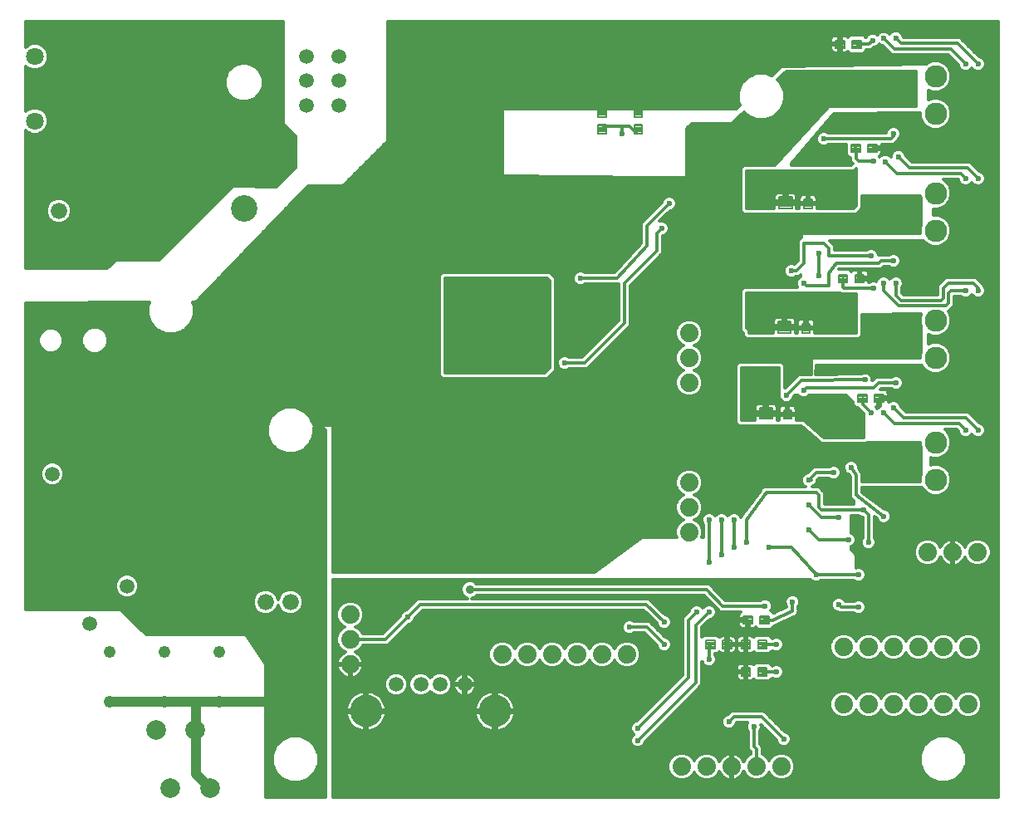
<source format=gbl>
G75*
%MOIN*%
%OFA0B0*%
%FSLAX24Y24*%
%IPPOS*%
%LPD*%
%AMOC8*
5,1,8,0,0,1.08239X$1,22.5*
%
%ADD10C,0.0709*%
%ADD11C,0.0660*%
%ADD12C,0.0591*%
%ADD13C,0.0740*%
%ADD14C,0.0480*%
%ADD15C,0.1063*%
%ADD16C,0.0900*%
%ADD17C,0.1299*%
%ADD18C,0.0079*%
%ADD19C,0.0077*%
%ADD20C,0.0787*%
%ADD21C,0.0236*%
%ADD22C,0.0118*%
%ADD23C,0.0945*%
%ADD24C,0.0394*%
%ADD25C,0.0354*%
D10*
X002189Y027824D03*
X002189Y030403D03*
D11*
X003139Y024214D03*
X003139Y023214D03*
X011439Y008514D03*
X012439Y008514D03*
X013439Y008514D03*
D12*
X016678Y005207D03*
X017662Y005207D03*
X018450Y005207D03*
X019434Y005207D03*
X005881Y009165D03*
X004381Y007665D03*
X002881Y013665D03*
X004381Y014665D03*
X013079Y028459D03*
X013079Y029444D03*
X013079Y030428D03*
X014379Y030428D03*
X014379Y029444D03*
X014379Y028459D03*
D13*
X028439Y019314D03*
X028439Y018314D03*
X028439Y017314D03*
X028439Y016314D03*
X028439Y015314D03*
X028439Y014314D03*
X028439Y013314D03*
X028439Y012314D03*
X028439Y011314D03*
X034639Y006714D03*
X035639Y006714D03*
X036639Y006714D03*
X037639Y006714D03*
X038639Y006714D03*
X039639Y006714D03*
X039639Y004414D03*
X038639Y004414D03*
X037639Y004414D03*
X036639Y004414D03*
X035639Y004414D03*
X034639Y004414D03*
X032139Y001914D03*
X031139Y001914D03*
X030139Y001914D03*
X029139Y001914D03*
X028139Y001914D03*
X025939Y006414D03*
X024939Y006414D03*
X023939Y006414D03*
X022939Y006414D03*
X021939Y006414D03*
X020939Y006414D03*
X014839Y006014D03*
X014839Y007014D03*
X014839Y008014D03*
X038017Y010514D03*
X039017Y010514D03*
X040017Y010514D03*
D14*
X005182Y004514D03*
X007387Y004514D03*
X009591Y004514D03*
X009591Y006514D03*
X007387Y006514D03*
X005182Y006514D03*
D15*
X010576Y024333D03*
X010576Y026498D03*
D16*
X038331Y024927D03*
X038331Y023427D03*
X038331Y019809D03*
X038331Y018309D03*
X038331Y014927D03*
X038331Y013427D03*
X038331Y028112D03*
X038331Y029612D03*
D17*
X020643Y004136D03*
X015469Y004136D03*
D18*
X029119Y006655D02*
X029473Y006655D01*
X029119Y006655D02*
X029119Y006971D01*
X029473Y006971D01*
X029473Y006655D01*
X029473Y006733D02*
X029119Y006733D01*
X029119Y006811D02*
X029473Y006811D01*
X029473Y006889D02*
X029119Y006889D01*
X029119Y006967D02*
X029473Y006967D01*
X029788Y006655D02*
X030142Y006655D01*
X029788Y006655D02*
X029788Y006971D01*
X030142Y006971D01*
X030142Y006655D01*
X030142Y006733D02*
X029788Y006733D01*
X029788Y006811D02*
X030142Y006811D01*
X030142Y006889D02*
X029788Y006889D01*
X029788Y006967D02*
X030142Y006967D01*
X030536Y006971D02*
X030890Y006971D01*
X030890Y006655D01*
X030536Y006655D01*
X030536Y006971D01*
X030536Y006733D02*
X030890Y006733D01*
X030890Y006811D02*
X030536Y006811D01*
X030536Y006889D02*
X030890Y006889D01*
X030890Y006967D02*
X030536Y006967D01*
X031206Y006971D02*
X031560Y006971D01*
X031560Y006655D01*
X031206Y006655D01*
X031206Y006971D01*
X031206Y006733D02*
X031560Y006733D01*
X031560Y006811D02*
X031206Y006811D01*
X031206Y006889D02*
X031560Y006889D01*
X031560Y006967D02*
X031206Y006967D01*
X031284Y007955D02*
X031638Y007955D01*
X031638Y007639D01*
X031284Y007639D01*
X031284Y007955D01*
X031284Y007717D02*
X031638Y007717D01*
X031638Y007795D02*
X031284Y007795D01*
X031284Y007873D02*
X031638Y007873D01*
X031638Y007951D02*
X031284Y007951D01*
X030969Y007955D02*
X030615Y007955D01*
X030969Y007955D02*
X030969Y007639D01*
X030615Y007639D01*
X030615Y007955D01*
X030615Y007717D02*
X030969Y007717D01*
X030969Y007795D02*
X030615Y007795D01*
X030615Y007873D02*
X030969Y007873D01*
X030969Y007951D02*
X030615Y007951D01*
X030536Y005869D02*
X030890Y005869D01*
X030890Y005553D01*
X030536Y005553D01*
X030536Y005869D01*
X030536Y005631D02*
X030890Y005631D01*
X030890Y005709D02*
X030536Y005709D01*
X030536Y005787D02*
X030890Y005787D01*
X030890Y005865D02*
X030536Y005865D01*
X031206Y005869D02*
X031560Y005869D01*
X031560Y005553D01*
X031206Y005553D01*
X031206Y005869D01*
X031206Y005631D02*
X031560Y005631D01*
X031560Y005709D02*
X031206Y005709D01*
X031206Y005787D02*
X031560Y005787D01*
X031560Y005865D02*
X031206Y005865D01*
X032229Y015199D02*
X032229Y015553D01*
X032545Y015553D01*
X032545Y015199D01*
X032229Y015199D01*
X032229Y015277D02*
X032545Y015277D01*
X032545Y015355D02*
X032229Y015355D01*
X032229Y015433D02*
X032545Y015433D01*
X032545Y015511D02*
X032229Y015511D01*
X032229Y015868D02*
X032229Y016222D01*
X032545Y016222D01*
X032545Y015868D01*
X032229Y015868D01*
X032229Y015946D02*
X032545Y015946D01*
X032545Y016024D02*
X032229Y016024D01*
X032229Y016102D02*
X032545Y016102D01*
X032545Y016180D02*
X032229Y016180D01*
X035221Y016537D02*
X035575Y016537D01*
X035221Y016537D02*
X035221Y016853D01*
X035575Y016853D01*
X035575Y016537D01*
X035575Y016615D02*
X035221Y016615D01*
X035221Y016693D02*
X035575Y016693D01*
X035575Y016771D02*
X035221Y016771D01*
X035221Y016849D02*
X035575Y016849D01*
X035891Y016537D02*
X036245Y016537D01*
X035891Y016537D02*
X035891Y016853D01*
X036245Y016853D01*
X036245Y016537D01*
X036245Y016615D02*
X035891Y016615D01*
X035891Y016693D02*
X036245Y016693D01*
X036245Y016771D02*
X035891Y016771D01*
X035891Y016849D02*
X036245Y016849D01*
X032977Y018664D02*
X032977Y019018D01*
X033293Y019018D01*
X033293Y018664D01*
X032977Y018664D01*
X032977Y018742D02*
X033293Y018742D01*
X033293Y018820D02*
X032977Y018820D01*
X032977Y018898D02*
X033293Y018898D01*
X033293Y018976D02*
X032977Y018976D01*
X032977Y019333D02*
X032977Y019687D01*
X033293Y019687D01*
X033293Y019333D01*
X032977Y019333D01*
X032977Y019411D02*
X033293Y019411D01*
X033293Y019489D02*
X032977Y019489D01*
X032977Y019567D02*
X033293Y019567D01*
X033293Y019645D02*
X032977Y019645D01*
X034434Y021340D02*
X034788Y021340D01*
X034434Y021340D02*
X034434Y021656D01*
X034788Y021656D01*
X034788Y021340D01*
X034788Y021418D02*
X034434Y021418D01*
X034434Y021496D02*
X034788Y021496D01*
X034788Y021574D02*
X034434Y021574D01*
X034434Y021652D02*
X034788Y021652D01*
X035103Y021340D02*
X035457Y021340D01*
X035103Y021340D02*
X035103Y021656D01*
X035457Y021656D01*
X035457Y021340D01*
X035457Y021418D02*
X035103Y021418D01*
X035103Y021496D02*
X035457Y021496D01*
X035457Y021574D02*
X035103Y021574D01*
X035103Y021652D02*
X035457Y021652D01*
X033055Y023664D02*
X033055Y024018D01*
X033371Y024018D01*
X033371Y023664D01*
X033055Y023664D01*
X033055Y023742D02*
X033371Y023742D01*
X033371Y023820D02*
X033055Y023820D01*
X033055Y023898D02*
X033371Y023898D01*
X033371Y023976D02*
X033055Y023976D01*
X033055Y024333D02*
X033055Y024687D01*
X033371Y024687D01*
X033371Y024333D01*
X033055Y024333D01*
X033055Y024411D02*
X033371Y024411D01*
X033371Y024489D02*
X033055Y024489D01*
X033055Y024567D02*
X033371Y024567D01*
X033371Y024645D02*
X033055Y024645D01*
X034946Y026576D02*
X035300Y026576D01*
X034946Y026576D02*
X034946Y026892D01*
X035300Y026892D01*
X035300Y026576D01*
X035300Y026654D02*
X034946Y026654D01*
X034946Y026732D02*
X035300Y026732D01*
X035300Y026810D02*
X034946Y026810D01*
X034946Y026888D02*
X035300Y026888D01*
X035615Y026576D02*
X035969Y026576D01*
X035615Y026576D02*
X035615Y026892D01*
X035969Y026892D01*
X035969Y026576D01*
X035969Y026654D02*
X035615Y026654D01*
X035615Y026732D02*
X035969Y026732D01*
X035969Y026810D02*
X035615Y026810D01*
X035615Y026888D02*
X035969Y026888D01*
X035339Y031065D02*
X034985Y031065D01*
X035339Y031065D02*
X035339Y030749D01*
X034985Y030749D01*
X034985Y031065D01*
X034985Y030827D02*
X035339Y030827D01*
X035339Y030905D02*
X034985Y030905D01*
X034985Y030983D02*
X035339Y030983D01*
X035339Y031061D02*
X034985Y031061D01*
X034670Y031065D02*
X034316Y031065D01*
X034670Y031065D02*
X034670Y030749D01*
X034316Y030749D01*
X034316Y031065D01*
X034316Y030827D02*
X034670Y030827D01*
X034670Y030905D02*
X034316Y030905D01*
X034316Y030983D02*
X034670Y030983D01*
X034670Y031061D02*
X034316Y031061D01*
X026560Y028348D02*
X026560Y027994D01*
X026244Y027994D01*
X026244Y028348D01*
X026560Y028348D01*
X026560Y028072D02*
X026244Y028072D01*
X026244Y028150D02*
X026560Y028150D01*
X026560Y028228D02*
X026244Y028228D01*
X026244Y028306D02*
X026560Y028306D01*
X026560Y027679D02*
X026560Y027325D01*
X026244Y027325D01*
X026244Y027679D01*
X026560Y027679D01*
X026560Y027403D02*
X026244Y027403D01*
X026244Y027481D02*
X026560Y027481D01*
X026560Y027559D02*
X026244Y027559D01*
X026244Y027637D02*
X026560Y027637D01*
X025104Y027679D02*
X025104Y027325D01*
X024788Y027325D01*
X024788Y027679D01*
X025104Y027679D01*
X025104Y027403D02*
X024788Y027403D01*
X024788Y027481D02*
X025104Y027481D01*
X025104Y027559D02*
X024788Y027559D01*
X024788Y027637D02*
X025104Y027637D01*
X025104Y027994D02*
X025104Y028348D01*
X025104Y027994D02*
X024788Y027994D01*
X024788Y028348D01*
X025104Y028348D01*
X025104Y028072D02*
X024788Y028072D01*
X024788Y028150D02*
X025104Y028150D01*
X025104Y028228D02*
X024788Y028228D01*
X024788Y028306D02*
X025104Y028306D01*
D19*
X032051Y024767D02*
X032051Y024331D01*
X032051Y024767D02*
X032565Y024767D01*
X032565Y024331D01*
X032051Y024331D01*
X032051Y024407D02*
X032565Y024407D01*
X032565Y024483D02*
X032051Y024483D01*
X032051Y024559D02*
X032565Y024559D01*
X032565Y024635D02*
X032051Y024635D01*
X032051Y024711D02*
X032565Y024711D01*
X032051Y024019D02*
X032051Y023583D01*
X032051Y024019D02*
X032565Y024019D01*
X032565Y023583D01*
X032051Y023583D01*
X032051Y023659D02*
X032565Y023659D01*
X032565Y023735D02*
X032051Y023735D01*
X032051Y023811D02*
X032565Y023811D01*
X032565Y023887D02*
X032051Y023887D01*
X032051Y023963D02*
X032565Y023963D01*
X032012Y019767D02*
X032012Y019331D01*
X032012Y019767D02*
X032526Y019767D01*
X032526Y019331D01*
X032012Y019331D01*
X032012Y019407D02*
X032526Y019407D01*
X032526Y019483D02*
X032012Y019483D01*
X032012Y019559D02*
X032526Y019559D01*
X032526Y019635D02*
X032012Y019635D01*
X032012Y019711D02*
X032526Y019711D01*
X032012Y019019D02*
X032012Y018583D01*
X032012Y019019D02*
X032526Y019019D01*
X032526Y018583D01*
X032012Y018583D01*
X032012Y018659D02*
X032526Y018659D01*
X032526Y018735D02*
X032012Y018735D01*
X032012Y018811D02*
X032526Y018811D01*
X032526Y018887D02*
X032012Y018887D01*
X032012Y018963D02*
X032526Y018963D01*
X031263Y016303D02*
X031263Y015867D01*
X031263Y016303D02*
X031777Y016303D01*
X031777Y015867D01*
X031263Y015867D01*
X031263Y015943D02*
X031777Y015943D01*
X031777Y016019D02*
X031263Y016019D01*
X031263Y016095D02*
X031777Y016095D01*
X031777Y016171D02*
X031263Y016171D01*
X031263Y016247D02*
X031777Y016247D01*
X031263Y015555D02*
X031263Y015119D01*
X031263Y015555D02*
X031777Y015555D01*
X031777Y015119D01*
X031263Y015119D01*
X031263Y015195D02*
X031777Y015195D01*
X031777Y015271D02*
X031263Y015271D01*
X031263Y015347D02*
X031777Y015347D01*
X031777Y015423D02*
X031263Y015423D01*
X031263Y015499D02*
X031777Y015499D01*
D20*
X009198Y001065D03*
X007623Y001065D03*
X007032Y003372D03*
X008607Y003372D03*
D21*
X017139Y007914D03*
X018039Y009914D03*
X024039Y008114D03*
X026039Y007514D03*
X027439Y007714D03*
X027439Y006814D03*
X028739Y008114D03*
X029239Y008114D03*
X030221Y009333D03*
X029239Y010114D03*
X029739Y010414D03*
X030239Y010714D03*
X030739Y010914D03*
X031639Y010714D03*
X030239Y011814D03*
X029739Y011814D03*
X029239Y011814D03*
X032623Y008978D03*
X032589Y008524D03*
X031489Y008364D03*
X031939Y006814D03*
X033339Y006814D03*
X033339Y005614D03*
X031939Y005714D03*
X030039Y003714D03*
X030339Y003414D03*
X031039Y003514D03*
X032239Y003014D03*
X029239Y006214D03*
X026389Y003464D03*
X026389Y002964D03*
X034439Y008414D03*
X034139Y009114D03*
X033539Y009614D03*
X035239Y009614D03*
X035239Y008314D03*
X036739Y010114D03*
X035639Y010914D03*
X034839Y011014D03*
X034439Y011914D03*
X035439Y012214D03*
X036259Y011954D03*
X037139Y011914D03*
X036939Y013914D03*
X036639Y014214D03*
X036339Y013914D03*
X036339Y014532D03*
X036939Y014532D03*
X036239Y016114D03*
X036639Y016314D03*
X035739Y016114D03*
X035239Y015814D03*
X034739Y015814D03*
X034839Y016314D03*
X034339Y016314D03*
X034739Y015314D03*
X035239Y015314D03*
X034939Y013914D03*
X034239Y013714D03*
X033239Y013414D03*
X033239Y012414D03*
X033239Y011414D03*
X039539Y015414D03*
X040039Y015414D03*
X037439Y017314D03*
X036739Y017314D03*
X035499Y017434D03*
X036339Y018914D03*
X036639Y019214D03*
X036939Y018914D03*
X036939Y019532D03*
X036339Y019532D03*
X034839Y019514D03*
X034239Y019514D03*
X034239Y020114D03*
X034839Y020114D03*
X034839Y020714D03*
X034239Y020714D03*
X033639Y021614D03*
X033039Y021314D03*
X032539Y021814D03*
X033639Y022514D03*
X032539Y023314D03*
X031539Y024614D03*
X031539Y025114D03*
X031039Y025114D03*
X031039Y024614D03*
X031039Y025614D03*
X031539Y025614D03*
X033839Y027114D03*
X035839Y026214D03*
X036299Y026194D03*
X036839Y026394D03*
X036639Y027314D03*
X037339Y027214D03*
X036939Y028914D03*
X036639Y029214D03*
X036339Y028914D03*
X036339Y029532D03*
X036939Y029532D03*
X036739Y031154D03*
X036259Y031134D03*
X035812Y031065D03*
X033839Y029614D03*
X031206Y030435D03*
X027239Y028614D03*
X026719Y029534D03*
X026579Y030354D03*
X025479Y030354D03*
X023139Y028714D03*
X022139Y028714D03*
X021139Y028714D03*
X020139Y028714D03*
X019139Y028714D03*
X018139Y028714D03*
X018139Y027714D03*
X019139Y027714D03*
X020139Y027714D03*
X020139Y026714D03*
X019139Y026714D03*
X018139Y026714D03*
X018139Y025814D03*
X019139Y025714D03*
X019139Y024714D03*
X018139Y024714D03*
X018139Y023714D03*
X017139Y023714D03*
X016139Y023714D03*
X016139Y024714D03*
X017139Y024714D03*
X017139Y025714D03*
X016139Y025714D03*
X017139Y026714D03*
X017139Y027714D03*
X017139Y028714D03*
X017139Y029714D03*
X018139Y029714D03*
X019139Y029714D03*
X020139Y029714D03*
X021139Y029714D03*
X022139Y029714D03*
X022139Y030714D03*
X021139Y030714D03*
X020139Y030714D03*
X019139Y030714D03*
X018139Y030714D03*
X017139Y030714D03*
X012049Y027294D03*
X012039Y026794D03*
X012029Y026304D03*
X012039Y025784D03*
X011509Y025794D03*
X011509Y026304D03*
X011509Y026804D03*
X011409Y027404D03*
X011009Y027404D03*
X010609Y027404D03*
X010209Y027404D03*
X010209Y027804D03*
X010209Y028194D03*
X010609Y028194D03*
X010609Y027804D03*
X011009Y027804D03*
X011009Y028194D03*
X011409Y028194D03*
X011409Y027804D03*
X007780Y025750D03*
X006639Y025750D03*
X003729Y025794D03*
X003729Y026294D03*
X003229Y026294D03*
X003229Y025794D03*
X003829Y027084D03*
X003839Y027684D03*
X006169Y028104D03*
X006419Y028704D03*
X006919Y028704D03*
X006919Y029104D03*
X006679Y029494D03*
X006419Y029104D03*
X006669Y029964D03*
X006419Y030504D03*
X005809Y030504D03*
X005799Y031004D03*
X006419Y031004D03*
X007019Y031004D03*
X007619Y031004D03*
X007619Y030504D03*
X007019Y030504D03*
X004039Y030524D03*
X004059Y030964D03*
X003589Y031024D03*
X003109Y031034D03*
X003939Y022814D03*
X004539Y022814D03*
X005139Y022814D03*
X004539Y022214D03*
X003939Y022214D03*
X003339Y022214D03*
X002739Y022214D03*
X015139Y023714D03*
X015139Y024714D03*
X016139Y022714D03*
X017139Y022714D03*
X021139Y020014D03*
X021539Y020014D03*
X021939Y020014D03*
X022439Y020014D03*
X022439Y019614D03*
X022439Y019214D03*
X021739Y018814D03*
X021339Y018814D03*
X020939Y018814D03*
X023439Y018114D03*
X024079Y021514D03*
X025139Y023014D03*
X025139Y023514D03*
X025739Y023514D03*
X025739Y023014D03*
X026339Y023014D03*
X026339Y023514D03*
X025739Y024114D03*
X025139Y024114D03*
X024539Y023514D03*
X022139Y023314D03*
X021539Y023314D03*
X021539Y023914D03*
X022139Y023914D03*
X022139Y024514D03*
X021539Y024514D03*
X022139Y025114D03*
X022139Y022714D03*
X021539Y022714D03*
X027339Y023514D03*
X027639Y022614D03*
X028139Y022614D03*
X028839Y022214D03*
X031039Y020614D03*
X031539Y020614D03*
X031539Y020114D03*
X031039Y020114D03*
X031039Y019614D03*
X031539Y019614D03*
X032639Y018314D03*
X031539Y017514D03*
X031039Y017514D03*
X031239Y017114D03*
X030739Y017114D03*
X030739Y016614D03*
X032339Y016814D03*
X033039Y017014D03*
X035839Y021114D03*
X036239Y021314D03*
X036739Y021314D03*
X036639Y022214D03*
X037139Y022314D03*
X035739Y022414D03*
X036339Y023914D03*
X036639Y024214D03*
X036939Y023914D03*
X036939Y024532D03*
X036339Y024532D03*
X034839Y024514D03*
X034239Y024514D03*
X034239Y025114D03*
X034839Y025114D03*
X034839Y025714D03*
X034239Y025714D03*
X039539Y025514D03*
X040039Y025514D03*
X040039Y021014D03*
X039539Y021014D03*
X039539Y030114D03*
X040039Y030114D03*
X027639Y024514D03*
X025739Y027314D03*
D22*
X025739Y027614D01*
X026039Y027614D01*
X026284Y027368D01*
X026402Y027443D01*
X026402Y027502D01*
X025739Y027614D02*
X025073Y027614D01*
X024961Y027502D01*
X024946Y027502D01*
X023497Y025585D02*
X014910Y025585D01*
X015026Y025702D02*
X020939Y025702D01*
X020939Y025614D02*
X029839Y025514D01*
X029652Y012098D01*
X029571Y012064D01*
X029489Y011981D01*
X029406Y012064D01*
X029297Y012109D01*
X029180Y012109D01*
X029071Y012064D01*
X028988Y011981D01*
X028943Y011872D01*
X028943Y011755D01*
X028988Y011646D01*
X029002Y011632D01*
X029002Y011114D01*
X028948Y011114D01*
X028986Y011205D01*
X028986Y011423D01*
X028902Y011624D01*
X028749Y011778D01*
X028661Y011814D01*
X028749Y011850D01*
X028902Y012004D01*
X028986Y012205D01*
X028986Y012423D01*
X028902Y012624D01*
X028749Y012778D01*
X028661Y012814D01*
X028749Y012850D01*
X028902Y013004D01*
X028986Y013205D01*
X028986Y013423D01*
X028902Y013624D01*
X028749Y013778D01*
X028547Y013861D01*
X028330Y013861D01*
X028129Y013778D01*
X027975Y013624D01*
X027891Y013423D01*
X027891Y013205D01*
X027975Y013004D01*
X028129Y012850D01*
X028216Y012814D01*
X028129Y012778D01*
X027975Y012624D01*
X027891Y012423D01*
X027891Y012205D01*
X027975Y012004D01*
X028129Y011850D01*
X028216Y011814D01*
X028129Y011778D01*
X027975Y011624D01*
X027891Y011423D01*
X027891Y011205D01*
X027929Y011114D01*
X026539Y011114D01*
X024639Y009714D01*
X014139Y009714D01*
X014139Y015614D01*
X013362Y015608D01*
X013225Y015939D01*
X012964Y016200D01*
X012623Y016341D01*
X012254Y016341D01*
X011913Y016200D01*
X011653Y015939D01*
X011511Y015598D01*
X011511Y015593D01*
X001816Y015515D01*
X001816Y020515D01*
X006771Y020543D01*
X006711Y020398D01*
X006711Y020029D01*
X006853Y019689D01*
X007113Y019428D01*
X007454Y019287D01*
X007823Y019287D01*
X008164Y019428D01*
X008425Y019689D01*
X008566Y020029D01*
X008566Y020398D01*
X008502Y020552D01*
X008638Y020553D01*
X013139Y025214D01*
X014539Y025214D01*
X016339Y027014D01*
X016339Y031833D01*
X032139Y031833D01*
X040831Y031833D01*
X040831Y010360D01*
X040739Y010314D01*
X040526Y010314D01*
X040831Y010314D01*
X040831Y000691D01*
X014139Y000691D01*
X014139Y009414D01*
X033321Y009414D01*
X033371Y009363D01*
X033480Y009318D01*
X033597Y009318D01*
X033706Y009363D01*
X033720Y009378D01*
X035057Y009378D01*
X035071Y009363D01*
X035180Y009318D01*
X035297Y009318D01*
X035406Y009363D01*
X035489Y009446D01*
X035534Y009555D01*
X035534Y009672D01*
X035489Y009781D01*
X035406Y009864D01*
X035297Y009909D01*
X035180Y009909D01*
X035139Y009892D01*
X035139Y010314D01*
X037507Y010314D01*
X037553Y010204D01*
X037707Y010050D01*
X037908Y009967D01*
X038125Y009967D01*
X038326Y010050D01*
X038480Y010204D01*
X038526Y010314D01*
X038527Y010314D01*
X038528Y010311D01*
X038565Y010237D01*
X038614Y010170D01*
X038673Y010111D01*
X038740Y010063D01*
X038814Y010025D01*
X038893Y009999D01*
X038975Y009986D01*
X038976Y009986D01*
X038976Y010314D01*
X039057Y010314D01*
X039057Y009986D01*
X039058Y009986D01*
X039140Y009999D01*
X039219Y010025D01*
X039293Y010063D01*
X039360Y010111D01*
X039419Y010170D01*
X039468Y010237D01*
X039505Y010311D01*
X039506Y010314D01*
X039507Y010314D01*
X039553Y010204D01*
X039707Y010050D01*
X039908Y009967D01*
X040125Y009967D01*
X040326Y010050D01*
X040480Y010204D01*
X040526Y010314D01*
X040564Y010405D01*
X040564Y010623D01*
X040480Y010824D01*
X040326Y010978D01*
X040125Y011061D01*
X039908Y011061D01*
X039707Y010978D01*
X039553Y010824D01*
X039507Y010712D01*
X039505Y010716D01*
X039468Y010790D01*
X039419Y010857D01*
X039360Y010916D01*
X039293Y010965D01*
X039219Y011003D01*
X039140Y011028D01*
X039058Y011041D01*
X039057Y011041D01*
X039057Y010555D01*
X038976Y010555D01*
X038976Y011041D01*
X038975Y011041D01*
X038893Y011028D01*
X038814Y011003D01*
X038740Y010965D01*
X038673Y010916D01*
X038614Y010857D01*
X038565Y010790D01*
X038528Y010716D01*
X038526Y010712D01*
X038480Y010824D01*
X038326Y010978D01*
X038125Y011061D01*
X037908Y011061D01*
X037707Y010978D01*
X037553Y010824D01*
X037469Y010623D01*
X037469Y010405D01*
X037507Y010314D01*
X035239Y010314D01*
X034939Y010614D01*
X034939Y010736D01*
X035006Y010763D01*
X035089Y010846D01*
X035134Y010955D01*
X035134Y011072D01*
X035089Y011181D01*
X035006Y011264D01*
X034939Y011292D01*
X034939Y011978D01*
X035257Y011978D01*
X035271Y011963D01*
X035380Y011918D01*
X035400Y011918D01*
X035402Y011916D01*
X035402Y011095D01*
X035388Y011081D01*
X035343Y010972D01*
X035343Y010855D01*
X035388Y010746D01*
X035471Y010663D01*
X035580Y010618D01*
X035697Y010618D01*
X035806Y010663D01*
X035889Y010746D01*
X035934Y010855D01*
X035934Y010972D01*
X035889Y011081D01*
X035875Y011095D01*
X035875Y011951D01*
X035971Y011877D01*
X036008Y011786D01*
X036091Y011703D01*
X036200Y011658D01*
X036317Y011658D01*
X036426Y011703D01*
X036509Y011786D01*
X036554Y011895D01*
X036554Y012012D01*
X036509Y012121D01*
X036426Y012204D01*
X036317Y012249D01*
X036262Y012249D01*
X035375Y012930D01*
X035375Y013114D01*
X037782Y013114D01*
X037800Y013072D01*
X037976Y012895D01*
X038207Y012800D01*
X038456Y012800D01*
X038687Y012895D01*
X038863Y013072D01*
X038959Y013302D01*
X038959Y013552D01*
X038863Y013782D01*
X038687Y013959D01*
X038456Y014054D01*
X038207Y014054D01*
X038139Y014026D01*
X038139Y014328D01*
X038207Y014300D01*
X038456Y014300D01*
X038687Y014395D01*
X038863Y014572D01*
X038959Y014802D01*
X038959Y015052D01*
X038863Y015282D01*
X038711Y015435D01*
X039183Y015435D01*
X039243Y015375D01*
X039243Y015355D01*
X039288Y015246D01*
X039371Y015163D01*
X039480Y015118D01*
X039597Y015118D01*
X039706Y015163D01*
X039789Y015246D01*
X039871Y015163D01*
X039980Y015118D01*
X040097Y015118D01*
X040206Y015163D01*
X040289Y015246D01*
X040334Y015355D01*
X040334Y015472D01*
X040289Y015581D01*
X040206Y015664D01*
X040097Y015709D01*
X040084Y015709D01*
X039650Y016144D01*
X037143Y016144D01*
X036934Y016353D01*
X036934Y016372D01*
X036889Y016481D01*
X036806Y016564D01*
X036697Y016609D01*
X036580Y016609D01*
X036471Y016564D01*
X036442Y016534D01*
X036442Y016655D01*
X036107Y016655D01*
X036107Y016379D01*
X036071Y016364D01*
X035989Y016281D01*
X035929Y016341D01*
X036028Y016341D01*
X036028Y016655D01*
X036107Y016655D01*
X036107Y016734D01*
X036442Y016734D01*
X036442Y016878D01*
X036428Y016928D01*
X036402Y016973D01*
X036366Y017010D01*
X036321Y017036D01*
X036271Y017049D01*
X036108Y017049D01*
X036136Y017078D01*
X036557Y017078D01*
X036571Y017063D01*
X036680Y017018D01*
X036797Y017018D01*
X036906Y017063D01*
X036989Y017146D01*
X037034Y017255D01*
X037034Y017372D01*
X036989Y017481D01*
X036906Y017564D01*
X036797Y017609D01*
X036680Y017609D01*
X036571Y017564D01*
X036557Y017550D01*
X035941Y017550D01*
X035794Y017403D01*
X035794Y017492D01*
X035749Y017601D01*
X035666Y017684D01*
X035557Y017729D01*
X035440Y017729D01*
X035331Y017684D01*
X035316Y017669D01*
X033526Y017655D01*
X033539Y018014D01*
X037775Y018014D01*
X037800Y017954D01*
X037976Y017777D01*
X038207Y017682D01*
X038456Y017682D01*
X038687Y017777D01*
X038863Y017954D01*
X038959Y018184D01*
X038959Y018434D01*
X038863Y018664D01*
X038687Y018841D01*
X038456Y018936D01*
X038207Y018936D01*
X038039Y018867D01*
X038039Y019251D01*
X038207Y019182D01*
X038456Y019182D01*
X038687Y019277D01*
X038863Y019454D01*
X038959Y019684D01*
X038959Y019934D01*
X038863Y020164D01*
X038843Y020184D01*
X038936Y020278D01*
X039075Y020416D01*
X039075Y020778D01*
X039357Y020778D01*
X039371Y020763D01*
X039480Y020718D01*
X039597Y020718D01*
X039706Y020763D01*
X039789Y020846D01*
X039871Y020763D01*
X039980Y020718D01*
X040097Y020718D01*
X040206Y020763D01*
X040289Y020846D01*
X040334Y020955D01*
X040334Y021072D01*
X040289Y021181D01*
X040275Y021195D01*
X040275Y021212D01*
X040075Y021412D01*
X039936Y021550D01*
X038741Y021550D01*
X038602Y021412D01*
X038402Y021212D01*
X038402Y020850D01*
X037036Y020850D01*
X036975Y020912D01*
X036975Y021132D01*
X036989Y021146D01*
X037034Y021255D01*
X037034Y021372D01*
X036989Y021481D01*
X036906Y021564D01*
X036797Y021609D01*
X036680Y021609D01*
X036571Y021564D01*
X036489Y021481D01*
X036406Y021564D01*
X036297Y021609D01*
X036180Y021609D01*
X036071Y021564D01*
X035988Y021481D01*
X035949Y021387D01*
X035897Y021409D01*
X035780Y021409D01*
X035671Y021364D01*
X035657Y021350D01*
X035654Y021350D01*
X035654Y021459D01*
X035320Y021459D01*
X035320Y021537D01*
X035654Y021537D01*
X035654Y021681D01*
X035641Y021731D01*
X035615Y021776D01*
X035578Y021813D01*
X035533Y021839D01*
X035483Y021852D01*
X035320Y021852D01*
X035320Y021537D01*
X035241Y021537D01*
X035241Y021852D01*
X035077Y021852D01*
X035027Y021839D01*
X034982Y021813D01*
X034960Y021790D01*
X034878Y021872D01*
X034453Y021872D01*
X034457Y021878D01*
X036136Y021878D01*
X036236Y021978D01*
X036457Y021978D01*
X036471Y021963D01*
X036580Y021918D01*
X036697Y021918D01*
X036806Y021963D01*
X036889Y022046D01*
X036934Y022155D01*
X036934Y022272D01*
X036889Y022381D01*
X036806Y022464D01*
X036697Y022509D01*
X036580Y022509D01*
X036471Y022464D01*
X036457Y022450D01*
X036041Y022450D01*
X036034Y022443D01*
X036034Y022472D01*
X035989Y022581D01*
X035906Y022664D01*
X035797Y022709D01*
X035680Y022709D01*
X035571Y022664D01*
X035557Y022650D01*
X034275Y022650D01*
X034275Y022812D01*
X034075Y023012D01*
X034073Y023014D01*
X037858Y023014D01*
X037976Y022895D01*
X038207Y022800D01*
X038456Y022800D01*
X038687Y022895D01*
X038863Y023072D01*
X038959Y023302D01*
X038959Y023552D01*
X038863Y023782D01*
X038687Y023959D01*
X038456Y024054D01*
X038239Y024054D01*
X038239Y024300D01*
X038456Y024300D01*
X038687Y024395D01*
X038863Y024572D01*
X038959Y024802D01*
X038959Y025052D01*
X038863Y025282D01*
X038687Y025459D01*
X038649Y025474D01*
X039243Y025474D01*
X039243Y025455D01*
X039288Y025346D01*
X039371Y025263D01*
X039480Y025218D01*
X039597Y025218D01*
X039706Y025263D01*
X039789Y025346D01*
X039871Y025263D01*
X039980Y025218D01*
X040097Y025218D01*
X040206Y025263D01*
X040289Y025346D01*
X040334Y025455D01*
X040334Y025572D01*
X040289Y025681D01*
X040206Y025764D01*
X040097Y025809D01*
X040077Y025809D01*
X039703Y026183D01*
X037383Y026183D01*
X037134Y026433D01*
X037134Y026452D01*
X037089Y026561D01*
X037006Y026644D01*
X036897Y026689D01*
X036780Y026689D01*
X036671Y026644D01*
X036588Y026561D01*
X036543Y026452D01*
X036543Y026367D01*
X036466Y026444D01*
X036357Y026489D01*
X036240Y026489D01*
X036131Y026444D01*
X036079Y026391D01*
X036065Y026405D01*
X036090Y026419D01*
X036127Y026456D01*
X036153Y026501D01*
X036166Y026551D01*
X036166Y026695D01*
X035832Y026695D01*
X035832Y026774D01*
X036166Y026774D01*
X036166Y026878D01*
X036636Y026878D01*
X036775Y027016D01*
X036875Y027116D01*
X036875Y027132D01*
X036889Y027146D01*
X036934Y027255D01*
X036934Y027372D01*
X036889Y027481D01*
X036806Y027564D01*
X036697Y027609D01*
X036580Y027609D01*
X036471Y027564D01*
X036388Y027481D01*
X036343Y027372D01*
X036343Y027350D01*
X034020Y027350D01*
X034006Y027364D01*
X033897Y027409D01*
X033780Y027409D01*
X033671Y027364D01*
X033588Y027281D01*
X033543Y027172D01*
X033543Y027055D01*
X033588Y026946D01*
X033671Y026863D01*
X033780Y026818D01*
X033897Y026818D01*
X034006Y026863D01*
X034020Y026878D01*
X034729Y026878D01*
X034729Y026487D01*
X034856Y026360D01*
X034902Y026360D01*
X034902Y026216D01*
X035005Y026114D01*
X034941Y026050D01*
X032533Y026050D01*
X032539Y026114D01*
X034239Y028114D01*
X037704Y028159D01*
X037704Y027987D01*
X037800Y027757D01*
X037976Y027580D01*
X038207Y027485D01*
X038456Y027485D01*
X038687Y027580D01*
X038863Y027757D01*
X038959Y027987D01*
X038959Y028237D01*
X038863Y028467D01*
X038687Y028644D01*
X038456Y028739D01*
X038207Y028739D01*
X038061Y028679D01*
X038055Y029048D01*
X038207Y028985D01*
X038456Y028985D01*
X038687Y029080D01*
X038863Y029257D01*
X038959Y029487D01*
X038959Y029737D01*
X038863Y029967D01*
X038687Y030144D01*
X038456Y030239D01*
X038207Y030239D01*
X037976Y030144D01*
X037945Y030112D01*
X032139Y030014D01*
X032139Y031833D01*
X032139Y030014D01*
X031750Y029647D01*
X031523Y029741D01*
X031154Y029741D01*
X030813Y029600D01*
X030553Y029339D01*
X030411Y028998D01*
X030411Y028629D01*
X030485Y028452D01*
X030339Y028314D01*
X020939Y028314D01*
X020939Y025614D01*
X020939Y025818D02*
X015143Y025818D01*
X015260Y025935D02*
X020939Y025935D01*
X020939Y026051D02*
X015376Y026051D01*
X015493Y026168D02*
X020939Y026168D01*
X020939Y026285D02*
X015609Y026285D01*
X015726Y026401D02*
X020939Y026401D01*
X020939Y026518D02*
X015843Y026518D01*
X015959Y026634D02*
X020939Y026634D01*
X020939Y026751D02*
X016076Y026751D01*
X016193Y026868D02*
X020939Y026868D01*
X020939Y026984D02*
X016309Y026984D01*
X016339Y027101D02*
X020939Y027101D01*
X020939Y027218D02*
X016339Y027218D01*
X016339Y027334D02*
X020939Y027334D01*
X020939Y027451D02*
X016339Y027451D01*
X016339Y027567D02*
X020939Y027567D01*
X020939Y027684D02*
X016339Y027684D01*
X016339Y027801D02*
X020939Y027801D01*
X020939Y027917D02*
X016339Y027917D01*
X016339Y028034D02*
X020939Y028034D01*
X020939Y028150D02*
X016339Y028150D01*
X016339Y028267D02*
X020939Y028267D01*
X016339Y028384D02*
X030413Y028384D01*
X030465Y028500D02*
X016339Y028500D01*
X016339Y028617D02*
X030417Y028617D01*
X030411Y028733D02*
X016339Y028733D01*
X016339Y028850D02*
X030411Y028850D01*
X030411Y028967D02*
X016339Y028967D01*
X016339Y029083D02*
X030447Y029083D01*
X030495Y029200D02*
X016339Y029200D01*
X016339Y029317D02*
X030543Y029317D01*
X030647Y029433D02*
X016339Y029433D01*
X016339Y029550D02*
X030763Y029550D01*
X030974Y029666D02*
X016339Y029666D01*
X016339Y029783D02*
X031894Y029783D01*
X031771Y029666D02*
X031703Y029666D01*
X031986Y029477D02*
X032125Y029339D01*
X032266Y028998D01*
X032266Y028629D01*
X032125Y028289D01*
X031864Y028028D01*
X031523Y027887D01*
X031154Y027887D01*
X030813Y028028D01*
X030644Y028197D01*
X030139Y027714D01*
X028539Y027714D01*
X028339Y027514D01*
X028339Y025614D01*
X028439Y025514D01*
X029839Y025614D01*
X029739Y012114D01*
X029746Y012109D01*
X029797Y012109D01*
X029906Y012064D01*
X029989Y011981D01*
X030071Y012064D01*
X030180Y012109D01*
X030297Y012109D01*
X030406Y012064D01*
X030489Y011981D01*
X030513Y011922D01*
X030558Y011968D01*
X031302Y012991D01*
X029745Y012991D01*
X029665Y012991D02*
X028890Y012991D01*
X028945Y013108D02*
X029666Y013108D01*
X029746Y013108D02*
X031388Y013108D01*
X031405Y013132D02*
X031358Y013068D01*
X031302Y013012D01*
X031302Y012991D01*
X031218Y012874D02*
X029744Y012874D01*
X029663Y012874D02*
X028773Y012874D01*
X028768Y012758D02*
X029661Y012758D01*
X029743Y012758D02*
X031133Y012758D01*
X031048Y012641D02*
X029742Y012641D01*
X029660Y012641D02*
X028885Y012641D01*
X028943Y012525D02*
X029658Y012525D01*
X029742Y012525D02*
X030964Y012525D01*
X030879Y012408D02*
X029741Y012408D01*
X029657Y012408D02*
X028986Y012408D01*
X028986Y012291D02*
X029655Y012291D01*
X029740Y012291D02*
X030794Y012291D01*
X030709Y012175D02*
X029739Y012175D01*
X029653Y012175D02*
X028973Y012175D01*
X028925Y012058D02*
X029065Y012058D01*
X028972Y011942D02*
X028840Y011942D01*
X028943Y011825D02*
X028688Y011825D01*
X028818Y011708D02*
X028963Y011708D01*
X029002Y011592D02*
X028916Y011592D01*
X028964Y011475D02*
X029002Y011475D01*
X029002Y011359D02*
X028986Y011359D01*
X028986Y011242D02*
X029002Y011242D01*
X029002Y011125D02*
X028953Y011125D01*
X029239Y011814D02*
X029239Y010114D01*
X029739Y010414D02*
X029739Y011814D01*
X029912Y012058D02*
X030065Y012058D01*
X030239Y011814D02*
X030239Y010714D01*
X030739Y010914D02*
X030739Y011814D01*
X031539Y012914D01*
X033539Y012914D01*
X033639Y012814D01*
X033639Y012314D01*
X033739Y012214D01*
X035439Y012214D01*
X035639Y012014D01*
X035639Y010914D01*
X035919Y011009D02*
X037782Y011009D01*
X037621Y010892D02*
X035934Y010892D01*
X035901Y010775D02*
X037533Y010775D01*
X037484Y010659D02*
X035795Y010659D01*
X035482Y010659D02*
X034939Y010659D01*
X035010Y010542D02*
X037469Y010542D01*
X037469Y010426D02*
X035127Y010426D01*
X035139Y010309D02*
X037509Y010309D01*
X037564Y010192D02*
X035139Y010192D01*
X035139Y010076D02*
X037681Y010076D01*
X038352Y010076D02*
X038722Y010076D01*
X038598Y010192D02*
X038469Y010192D01*
X038524Y010309D02*
X038529Y010309D01*
X038976Y010309D02*
X039057Y010309D01*
X039057Y010192D02*
X038976Y010192D01*
X038976Y010076D02*
X039057Y010076D01*
X039311Y010076D02*
X039681Y010076D01*
X039564Y010192D02*
X039435Y010192D01*
X039504Y010309D02*
X039509Y010309D01*
X039533Y010775D02*
X039475Y010775D01*
X039384Y010892D02*
X039621Y010892D01*
X039782Y011009D02*
X039200Y011009D01*
X039057Y011009D02*
X038976Y011009D01*
X038976Y010892D02*
X039057Y010892D01*
X039057Y010775D02*
X038976Y010775D01*
X038976Y010659D02*
X039057Y010659D01*
X038833Y011009D02*
X038251Y011009D01*
X038412Y010892D02*
X038649Y010892D01*
X038558Y010775D02*
X038500Y010775D01*
X040251Y011009D02*
X040831Y011009D01*
X040831Y011125D02*
X035875Y011125D01*
X035875Y011242D02*
X040831Y011242D01*
X040831Y011359D02*
X035875Y011359D01*
X035875Y011475D02*
X040831Y011475D01*
X040831Y011592D02*
X035875Y011592D01*
X035875Y011708D02*
X036086Y011708D01*
X035992Y011825D02*
X035875Y011825D01*
X035875Y011942D02*
X035887Y011942D01*
X036259Y011954D02*
X035139Y012814D01*
X035139Y013614D01*
X034939Y013914D01*
X035234Y013924D02*
X037745Y013924D01*
X037744Y014041D02*
X035206Y014041D01*
X035189Y014081D02*
X035106Y014164D01*
X034997Y014209D01*
X034880Y014209D01*
X034771Y014164D01*
X034688Y014081D01*
X034643Y013972D01*
X034643Y013855D01*
X034688Y013746D01*
X034771Y013663D01*
X034841Y013635D01*
X034902Y013542D01*
X034902Y012894D01*
X034892Y012880D01*
X034902Y012798D01*
X034902Y012716D01*
X034915Y012703D01*
X034917Y012686D01*
X034982Y012636D01*
X035041Y012578D01*
X035046Y012578D01*
X035045Y012450D01*
X033875Y012450D01*
X033875Y012912D01*
X033636Y013150D01*
X033373Y013150D01*
X033406Y013163D01*
X033420Y013178D01*
X033436Y013178D01*
X033575Y013316D01*
X033575Y013416D01*
X033636Y013478D01*
X034057Y013478D01*
X034071Y013463D01*
X034180Y013418D01*
X034297Y013418D01*
X034406Y013463D01*
X034489Y013546D01*
X034534Y013655D01*
X034534Y013772D01*
X034489Y013881D01*
X034406Y013964D01*
X034297Y014009D01*
X034180Y014009D01*
X034071Y013964D01*
X034057Y013950D01*
X033441Y013950D01*
X033200Y013709D01*
X033180Y013709D01*
X033071Y013664D01*
X032988Y013581D01*
X032943Y013472D01*
X032943Y013355D01*
X032988Y013246D01*
X033071Y013163D01*
X033104Y013150D01*
X031615Y013150D01*
X031598Y013162D01*
X031520Y013150D01*
X031441Y013150D01*
X031426Y013135D01*
X031405Y013132D01*
X030624Y012058D02*
X030412Y012058D01*
X030505Y011942D02*
X030532Y011942D01*
X029565Y012058D02*
X029412Y012058D01*
X029668Y013224D02*
X028986Y013224D01*
X028986Y013341D02*
X029670Y013341D01*
X029748Y013341D02*
X032949Y013341D01*
X032943Y013457D02*
X029749Y013457D01*
X029671Y013457D02*
X028971Y013457D01*
X028923Y013574D02*
X029673Y013574D01*
X029749Y013574D02*
X032985Y013574D01*
X033136Y013691D02*
X029750Y013691D01*
X029674Y013691D02*
X028835Y013691D01*
X028677Y013807D02*
X029676Y013807D01*
X029751Y013807D02*
X033298Y013807D01*
X033415Y013924D02*
X029752Y013924D01*
X029678Y013924D02*
X014139Y013924D01*
X014139Y014041D02*
X029679Y014041D01*
X029753Y014041D02*
X034672Y014041D01*
X034643Y013924D02*
X034446Y013924D01*
X034519Y013807D02*
X034663Y013807D01*
X034744Y013691D02*
X034534Y013691D01*
X034500Y013574D02*
X034881Y013574D01*
X034902Y013457D02*
X034392Y013457D01*
X034239Y013714D02*
X033539Y013714D01*
X033239Y013414D01*
X033339Y013414D01*
X033483Y013224D02*
X034902Y013224D01*
X034902Y013108D02*
X033679Y013108D01*
X033795Y012991D02*
X034902Y012991D01*
X034892Y012874D02*
X033875Y012874D01*
X033875Y012758D02*
X034902Y012758D01*
X034975Y012641D02*
X033875Y012641D01*
X033875Y012525D02*
X035046Y012525D01*
X035447Y012874D02*
X038027Y012874D01*
X037881Y012991D02*
X035375Y012991D01*
X035375Y013108D02*
X037785Y013108D01*
X037704Y013364D02*
X035375Y013364D01*
X035375Y013590D01*
X035389Y013663D01*
X035375Y013685D01*
X035375Y013712D01*
X035322Y013764D01*
X035234Y013897D01*
X035234Y013972D01*
X035189Y014081D01*
X035113Y014157D02*
X037743Y014157D01*
X037743Y014274D02*
X029755Y014274D01*
X029682Y014274D02*
X014139Y014274D01*
X014139Y014390D02*
X029684Y014390D01*
X029755Y014390D02*
X037742Y014390D01*
X037741Y014507D02*
X029756Y014507D01*
X029686Y014507D02*
X014139Y014507D01*
X014139Y014624D02*
X029687Y014624D01*
X029757Y014624D02*
X037740Y014624D01*
X037740Y014717D02*
X037747Y013654D01*
X037704Y013552D01*
X037704Y013364D01*
X037704Y013457D02*
X035375Y013457D01*
X035375Y013574D02*
X037714Y013574D01*
X037746Y013691D02*
X035375Y013691D01*
X035293Y013807D02*
X037746Y013807D01*
X038139Y014041D02*
X038174Y014041D01*
X038139Y014157D02*
X040831Y014157D01*
X040831Y014041D02*
X038489Y014041D01*
X038722Y013924D02*
X040831Y013924D01*
X040831Y013807D02*
X038838Y013807D01*
X038901Y013691D02*
X040831Y013691D01*
X040831Y013574D02*
X038949Y013574D01*
X038959Y013457D02*
X040831Y013457D01*
X040831Y013341D02*
X038959Y013341D01*
X038926Y013224D02*
X040831Y013224D01*
X040831Y013108D02*
X038878Y013108D01*
X038782Y012991D02*
X040831Y012991D01*
X040831Y012874D02*
X038636Y012874D01*
X038139Y014274D02*
X040831Y014274D01*
X040831Y014390D02*
X038675Y014390D01*
X038798Y014507D02*
X040831Y014507D01*
X040831Y014624D02*
X038885Y014624D01*
X038933Y014740D02*
X040831Y014740D01*
X040831Y014857D02*
X038959Y014857D01*
X038959Y014973D02*
X040831Y014973D01*
X040831Y015090D02*
X038943Y015090D01*
X038895Y015207D02*
X039328Y015207D01*
X039256Y015323D02*
X038822Y015323D01*
X039281Y015671D02*
X036681Y015671D01*
X036239Y016114D01*
X036092Y016373D02*
X036028Y016373D01*
X036028Y016489D02*
X036107Y016489D01*
X036107Y016606D02*
X036028Y016606D01*
X036107Y016723D02*
X040831Y016723D01*
X040831Y016839D02*
X036442Y016839D01*
X036412Y016956D02*
X040831Y016956D01*
X040831Y017072D02*
X036915Y017072D01*
X037007Y017189D02*
X040831Y017189D01*
X040831Y017306D02*
X037034Y017306D01*
X037013Y017422D02*
X040831Y017422D01*
X040831Y017539D02*
X036931Y017539D01*
X036739Y017314D02*
X036039Y017314D01*
X035839Y017114D01*
X033139Y017114D01*
X033039Y017014D01*
X033256Y016814D02*
X034739Y016814D01*
X035005Y016548D01*
X035005Y016448D01*
X035132Y016321D01*
X035197Y016321D01*
X035439Y016080D01*
X035439Y015114D01*
X033839Y015114D01*
X033039Y015814D01*
X032733Y015814D01*
X032741Y015842D01*
X032741Y016006D01*
X032426Y016006D01*
X032426Y016085D01*
X032347Y016085D01*
X032347Y016419D01*
X032203Y016419D01*
X032153Y016406D01*
X032108Y016380D01*
X032072Y016343D01*
X032046Y016298D01*
X032032Y016248D01*
X032032Y016085D01*
X032347Y016085D01*
X032347Y016006D01*
X032032Y016006D01*
X032032Y015842D01*
X032040Y015814D01*
X031966Y015814D01*
X031973Y015841D01*
X031973Y016026D01*
X031580Y016026D01*
X031580Y016144D01*
X031973Y016144D01*
X031973Y016328D01*
X031960Y016378D01*
X031934Y016422D01*
X031898Y016459D01*
X031853Y016485D01*
X031803Y016498D01*
X031580Y016498D01*
X031580Y016144D01*
X031461Y016144D01*
X031461Y016026D01*
X031068Y016026D01*
X031068Y015841D01*
X031075Y015814D01*
X030539Y015814D01*
X030539Y017914D01*
X032039Y017914D01*
X032039Y016914D01*
X032054Y016898D01*
X032043Y016872D01*
X032043Y016755D01*
X032088Y016646D01*
X032171Y016563D01*
X032280Y016518D01*
X032397Y016518D01*
X032506Y016563D01*
X032589Y016646D01*
X032634Y016755D01*
X032634Y016775D01*
X032673Y016814D01*
X032821Y016814D01*
X032871Y016763D01*
X032980Y016718D01*
X033097Y016718D01*
X033206Y016763D01*
X033256Y016814D01*
X033107Y016723D02*
X034830Y016723D01*
X034946Y016606D02*
X032548Y016606D01*
X032620Y016723D02*
X032970Y016723D01*
X032665Y016380D02*
X032620Y016406D01*
X032570Y016419D01*
X032426Y016419D01*
X032426Y016085D01*
X032741Y016085D01*
X032741Y016248D01*
X032728Y016298D01*
X032702Y016343D01*
X032665Y016380D01*
X032672Y016373D02*
X035080Y016373D01*
X035005Y016489D02*
X031835Y016489D01*
X031961Y016373D02*
X032101Y016373D01*
X032034Y016256D02*
X031973Y016256D01*
X032032Y016140D02*
X031580Y016140D01*
X031580Y016256D02*
X031461Y016256D01*
X031461Y016144D02*
X031461Y016498D01*
X031238Y016498D01*
X031188Y016485D01*
X031143Y016459D01*
X031107Y016422D01*
X031081Y016378D01*
X031068Y016328D01*
X031068Y016144D01*
X031461Y016144D01*
X031461Y016140D02*
X030539Y016140D01*
X030539Y016256D02*
X031068Y016256D01*
X031080Y016373D02*
X030539Y016373D01*
X030539Y016489D02*
X031206Y016489D01*
X031461Y016489D02*
X031580Y016489D01*
X031580Y016373D02*
X031461Y016373D01*
X031068Y016023D02*
X030539Y016023D01*
X030539Y015906D02*
X031068Y015906D01*
X030441Y015578D02*
X032950Y015578D01*
X033677Y014941D01*
X033741Y014878D01*
X033750Y014878D01*
X033757Y014872D01*
X033846Y014878D01*
X035536Y014878D01*
X035573Y014914D01*
X037704Y014914D01*
X037704Y014802D01*
X037740Y014717D01*
X037730Y014740D02*
X029758Y014740D01*
X029689Y014740D02*
X014139Y014740D01*
X014139Y014857D02*
X029691Y014857D01*
X029759Y014857D02*
X037704Y014857D01*
X037045Y015907D02*
X039552Y015907D01*
X039999Y015460D01*
X040039Y015414D01*
X040249Y015207D02*
X040831Y015207D01*
X040831Y015323D02*
X040321Y015323D01*
X040334Y015440D02*
X040831Y015440D01*
X040831Y015556D02*
X040299Y015556D01*
X040184Y015673D02*
X040831Y015673D01*
X040831Y015790D02*
X040004Y015790D01*
X039887Y015906D02*
X040831Y015906D01*
X040831Y016023D02*
X039771Y016023D01*
X039654Y016140D02*
X040831Y016140D01*
X040831Y016256D02*
X037030Y016256D01*
X036934Y016373D02*
X040831Y016373D01*
X040831Y016489D02*
X036881Y016489D01*
X036705Y016606D02*
X040831Y016606D01*
X040831Y017655D02*
X035694Y017655D01*
X035775Y017539D02*
X035930Y017539D01*
X035813Y017422D02*
X035794Y017422D01*
X035499Y017434D02*
X032939Y017414D01*
X032339Y016814D01*
X032129Y016606D02*
X030539Y016606D01*
X030539Y016723D02*
X032057Y016723D01*
X032043Y016839D02*
X030539Y016839D01*
X030539Y016956D02*
X032039Y016956D01*
X032039Y017072D02*
X030539Y017072D01*
X030539Y017189D02*
X032039Y017189D01*
X032039Y017306D02*
X030539Y017306D01*
X030539Y017422D02*
X032039Y017422D01*
X032039Y017539D02*
X030539Y017539D01*
X030539Y017655D02*
X032039Y017655D01*
X032039Y017772D02*
X030539Y017772D01*
X030539Y017889D02*
X032039Y017889D01*
X032275Y017889D02*
X033339Y017889D01*
X033339Y018005D02*
X032275Y018005D01*
X032275Y018012D02*
X032136Y018150D01*
X030441Y018150D01*
X030302Y018012D01*
X030302Y015716D01*
X030441Y015578D01*
X030345Y015673D02*
X029765Y015673D01*
X029702Y015673D02*
X013335Y015673D01*
X013286Y015790D02*
X029704Y015790D01*
X029766Y015790D02*
X030302Y015790D01*
X030302Y015906D02*
X029767Y015906D01*
X029705Y015906D02*
X013238Y015906D01*
X013141Y016023D02*
X029707Y016023D01*
X029768Y016023D02*
X030302Y016023D01*
X030302Y016140D02*
X029768Y016140D01*
X029708Y016140D02*
X013024Y016140D01*
X012828Y016256D02*
X029710Y016256D01*
X029769Y016256D02*
X030302Y016256D01*
X030302Y016373D02*
X029770Y016373D01*
X029712Y016373D02*
X001816Y016373D01*
X001816Y016489D02*
X029713Y016489D01*
X029771Y016489D02*
X030302Y016489D01*
X030302Y016606D02*
X029772Y016606D01*
X029715Y016606D02*
X001816Y016606D01*
X001816Y016723D02*
X029716Y016723D01*
X029773Y016723D02*
X030302Y016723D01*
X030302Y016839D02*
X029774Y016839D01*
X029718Y016839D02*
X028723Y016839D01*
X028749Y016850D02*
X028902Y017004D01*
X028986Y017205D01*
X028986Y017423D01*
X028902Y017624D01*
X028749Y017778D01*
X028661Y017814D01*
X028749Y017850D01*
X028902Y018004D01*
X028986Y018205D01*
X028986Y018423D01*
X028902Y018624D01*
X028749Y018778D01*
X028661Y018814D01*
X028749Y018850D01*
X028902Y019004D01*
X028986Y019205D01*
X028986Y019423D01*
X028902Y019624D01*
X028749Y019778D01*
X028547Y019861D01*
X028330Y019861D01*
X028129Y019778D01*
X027975Y019624D01*
X027891Y019423D01*
X027891Y019205D01*
X027975Y019004D01*
X028129Y018850D01*
X028216Y018814D01*
X028129Y018778D01*
X027975Y018624D01*
X027891Y018423D01*
X027891Y018205D01*
X027975Y018004D01*
X028129Y017850D01*
X028216Y017814D01*
X028129Y017778D01*
X027975Y017624D01*
X027891Y017423D01*
X027891Y017205D01*
X027975Y017004D01*
X028129Y016850D01*
X028330Y016767D01*
X028547Y016767D01*
X028749Y016850D01*
X028854Y016956D02*
X029720Y016956D01*
X029774Y016956D02*
X030302Y016956D01*
X030302Y017072D02*
X029775Y017072D01*
X029721Y017072D02*
X028931Y017072D01*
X028979Y017189D02*
X029723Y017189D01*
X029776Y017189D02*
X030302Y017189D01*
X030302Y017306D02*
X029777Y017306D01*
X029725Y017306D02*
X028986Y017306D01*
X028986Y017422D02*
X029726Y017422D01*
X029778Y017422D02*
X030302Y017422D01*
X030302Y017539D02*
X029779Y017539D01*
X029728Y017539D02*
X028938Y017539D01*
X028871Y017655D02*
X029729Y017655D01*
X029780Y017655D02*
X030302Y017655D01*
X030302Y017772D02*
X029780Y017772D01*
X029731Y017772D02*
X028754Y017772D01*
X028787Y017889D02*
X029733Y017889D01*
X029781Y017889D02*
X030302Y017889D01*
X030302Y018005D02*
X029782Y018005D01*
X029734Y018005D02*
X028903Y018005D01*
X028951Y018122D02*
X029736Y018122D01*
X029783Y018122D02*
X030413Y018122D01*
X029784Y018239D02*
X033339Y018239D01*
X033339Y018314D02*
X033339Y017653D01*
X032938Y017650D01*
X032841Y017650D01*
X032840Y017649D01*
X032839Y017649D01*
X032771Y017580D01*
X032300Y017109D01*
X032280Y017109D01*
X032275Y017107D01*
X032275Y018012D01*
X032164Y018122D02*
X033339Y018122D01*
X033339Y018314D02*
X037704Y018314D01*
X037704Y018434D01*
X037741Y018522D01*
X037753Y019568D01*
X037704Y019684D01*
X037704Y019934D01*
X037758Y020064D01*
X037759Y020094D01*
X035375Y020065D01*
X035375Y019216D01*
X035236Y019078D01*
X030741Y019078D01*
X030602Y019216D01*
X030602Y019316D01*
X030502Y019416D01*
X030502Y021012D01*
X030641Y021150D01*
X032787Y021150D01*
X032743Y021255D01*
X032743Y021372D01*
X032788Y021481D01*
X032871Y021564D01*
X032896Y021574D01*
X032898Y021639D01*
X032836Y021578D01*
X032720Y021578D01*
X032706Y021563D01*
X032597Y021518D01*
X032480Y021518D01*
X032371Y021563D01*
X032288Y021646D01*
X032243Y021755D01*
X032243Y021872D01*
X032288Y021981D01*
X032371Y022064D01*
X032480Y022109D01*
X032597Y022109D01*
X032670Y022079D01*
X032802Y022212D01*
X032802Y023012D01*
X032934Y023144D01*
X032939Y023314D01*
X037704Y023314D01*
X037704Y023552D01*
X037739Y023635D01*
X037739Y024720D01*
X037704Y024802D01*
X037704Y024814D01*
X035375Y024814D01*
X035375Y024316D01*
X035275Y024216D01*
X035136Y024078D01*
X030641Y024078D01*
X030502Y024216D01*
X030502Y025912D01*
X030641Y026050D01*
X031864Y026050D01*
X034039Y028414D01*
X037539Y028414D01*
X037539Y029814D01*
X032339Y029814D01*
X031986Y029477D01*
X032030Y029433D02*
X037539Y029433D01*
X037539Y029317D02*
X032134Y029317D01*
X032182Y029200D02*
X037539Y029200D01*
X037539Y029083D02*
X032230Y029083D01*
X032266Y028967D02*
X037539Y028967D01*
X037539Y028850D02*
X032266Y028850D01*
X032266Y028733D02*
X037539Y028733D01*
X037539Y028617D02*
X032261Y028617D01*
X032212Y028500D02*
X037539Y028500D01*
X037704Y028150D02*
X037049Y028150D01*
X036798Y027567D02*
X038008Y027567D01*
X037873Y027684D02*
X033873Y027684D01*
X033774Y027567D02*
X036479Y027567D01*
X036376Y027451D02*
X033675Y027451D01*
X033641Y027334D02*
X033576Y027334D01*
X033562Y027218D02*
X033477Y027218D01*
X033543Y027101D02*
X033378Y027101D01*
X033279Y026984D02*
X033573Y026984D01*
X033667Y026868D02*
X033179Y026868D01*
X033080Y026751D02*
X034729Y026751D01*
X034729Y026634D02*
X032981Y026634D01*
X032882Y026518D02*
X034729Y026518D01*
X034815Y026401D02*
X032783Y026401D01*
X032684Y026285D02*
X034902Y026285D01*
X034950Y026168D02*
X032585Y026168D01*
X032533Y026051D02*
X034942Y026051D01*
X035139Y025914D02*
X035039Y025814D01*
X030739Y025814D01*
X030739Y024314D01*
X031855Y024314D01*
X031855Y024490D01*
X032249Y024490D01*
X032249Y024608D01*
X031855Y024608D01*
X031855Y024792D01*
X031868Y024842D01*
X031894Y024887D01*
X031931Y024923D01*
X031975Y024949D01*
X032025Y024963D01*
X032249Y024963D01*
X032249Y024608D01*
X032367Y024608D01*
X032761Y024608D01*
X032761Y024792D01*
X032747Y024842D01*
X032721Y024887D01*
X032685Y024923D01*
X032640Y024949D01*
X032591Y024963D01*
X032367Y024963D01*
X032367Y024608D01*
X032367Y024490D01*
X032761Y024490D01*
X032761Y024314D01*
X032859Y024314D01*
X032859Y024470D01*
X033174Y024470D01*
X033174Y024549D01*
X032859Y024549D01*
X032859Y024713D01*
X032872Y024763D01*
X032898Y024808D01*
X032935Y024844D01*
X032980Y024870D01*
X033030Y024884D01*
X033174Y024884D01*
X033174Y024549D01*
X033253Y024549D01*
X033568Y024549D01*
X033568Y024713D01*
X033554Y024763D01*
X033528Y024808D01*
X033492Y024844D01*
X033447Y024870D01*
X033397Y024884D01*
X033253Y024884D01*
X033253Y024549D01*
X033253Y024470D01*
X033568Y024470D01*
X033568Y024314D01*
X035039Y024314D01*
X035139Y024414D01*
X035139Y025914D01*
X035139Y025818D02*
X035043Y025818D01*
X035139Y025702D02*
X030739Y025702D01*
X030739Y025585D02*
X035139Y025585D01*
X035139Y025468D02*
X030739Y025468D01*
X030739Y025352D02*
X035139Y025352D01*
X035139Y025235D02*
X030739Y025235D01*
X030739Y025119D02*
X035139Y025119D01*
X035139Y025002D02*
X030739Y025002D01*
X030739Y024885D02*
X031893Y024885D01*
X031855Y024769D02*
X030739Y024769D01*
X030739Y024652D02*
X031855Y024652D01*
X031855Y024419D02*
X030739Y024419D01*
X030739Y024535D02*
X032249Y024535D01*
X032249Y024652D02*
X032367Y024652D01*
X032367Y024535D02*
X033174Y024535D01*
X033253Y024535D02*
X035139Y024535D01*
X035139Y024419D02*
X033568Y024419D01*
X033568Y024652D02*
X035139Y024652D01*
X035139Y024769D02*
X033551Y024769D01*
X033253Y024769D02*
X033174Y024769D01*
X033174Y024652D02*
X033253Y024652D01*
X032859Y024652D02*
X032761Y024652D01*
X032761Y024769D02*
X032876Y024769D01*
X032722Y024885D02*
X035139Y024885D01*
X035375Y024769D02*
X037718Y024769D01*
X037739Y024652D02*
X035375Y024652D01*
X035375Y024535D02*
X037739Y024535D01*
X037739Y024419D02*
X035375Y024419D01*
X035361Y024302D02*
X037739Y024302D01*
X037739Y024186D02*
X035245Y024186D01*
X033839Y022914D02*
X033039Y022914D01*
X033039Y022114D01*
X032739Y021814D01*
X032539Y021814D01*
X032651Y022087D02*
X032677Y022087D01*
X032794Y022203D02*
X029813Y022203D01*
X029793Y022203D02*
X027062Y022203D01*
X026946Y022087D02*
X029791Y022087D01*
X029812Y022087D02*
X032426Y022087D01*
X032284Y021970D02*
X029812Y021970D01*
X029789Y021970D02*
X026829Y021970D01*
X026712Y021853D02*
X029788Y021853D01*
X029811Y021853D02*
X032243Y021853D01*
X032251Y021737D02*
X029810Y021737D01*
X029786Y021737D02*
X026596Y021737D01*
X026479Y021620D02*
X029785Y021620D01*
X029809Y021620D02*
X032315Y021620D01*
X032749Y021387D02*
X029807Y021387D01*
X029781Y021387D02*
X026246Y021387D01*
X026363Y021504D02*
X029783Y021504D01*
X029808Y021504D02*
X032811Y021504D01*
X032879Y021620D02*
X032897Y021620D01*
X033039Y021314D02*
X033139Y021214D01*
X034039Y021214D01*
X034039Y021714D01*
X034339Y022114D01*
X036039Y022114D01*
X036139Y022214D01*
X036639Y022214D01*
X036914Y022320D02*
X040831Y022320D01*
X040831Y022436D02*
X036833Y022436D01*
X036934Y022203D02*
X040831Y022203D01*
X040831Y022087D02*
X036906Y022087D01*
X036812Y021970D02*
X040831Y021970D01*
X040831Y021853D02*
X034896Y021853D01*
X035241Y021737D02*
X035320Y021737D01*
X035320Y021620D02*
X035241Y021620D01*
X035320Y021504D02*
X036011Y021504D01*
X036239Y021314D02*
X036239Y021014D01*
X036839Y020414D01*
X038739Y020414D01*
X038839Y020514D01*
X038839Y020914D01*
X038939Y021014D01*
X039539Y021014D01*
X039746Y020804D02*
X039831Y020804D01*
X040039Y021014D02*
X040039Y021114D01*
X039839Y021314D01*
X038839Y021314D01*
X038639Y021114D01*
X038639Y020714D01*
X038539Y020614D01*
X036939Y020614D01*
X036739Y020814D01*
X036739Y021314D01*
X036966Y021504D02*
X038694Y021504D01*
X038602Y021412D02*
X038602Y021412D01*
X038578Y021387D02*
X037028Y021387D01*
X037034Y021270D02*
X038461Y021270D01*
X038402Y021154D02*
X036992Y021154D01*
X036975Y021037D02*
X038402Y021037D01*
X038402Y020921D02*
X036975Y020921D01*
X036511Y021504D02*
X036466Y021504D01*
X036465Y021970D02*
X036229Y021970D01*
X036000Y022553D02*
X040831Y022553D01*
X040831Y022670D02*
X035892Y022670D01*
X035739Y022414D02*
X034039Y022414D01*
X034039Y022714D01*
X033839Y022914D01*
X034183Y022903D02*
X037969Y022903D01*
X038694Y022903D02*
X040831Y022903D01*
X040831Y023020D02*
X038811Y023020D01*
X038890Y023136D02*
X040831Y023136D01*
X040831Y023253D02*
X038938Y023253D01*
X038959Y023369D02*
X040831Y023369D01*
X040831Y023486D02*
X038959Y023486D01*
X038938Y023603D02*
X040831Y023603D01*
X040831Y023719D02*
X038889Y023719D01*
X038810Y023836D02*
X040831Y023836D01*
X040831Y023952D02*
X038693Y023952D01*
X038462Y024302D02*
X040831Y024302D01*
X040831Y024186D02*
X038239Y024186D01*
X038239Y024069D02*
X040831Y024069D01*
X040831Y024419D02*
X038710Y024419D01*
X038827Y024535D02*
X040831Y024535D01*
X040831Y024652D02*
X038896Y024652D01*
X038945Y024769D02*
X040831Y024769D01*
X040831Y024885D02*
X038959Y024885D01*
X038959Y025002D02*
X040831Y025002D01*
X040831Y025119D02*
X038931Y025119D01*
X038883Y025235D02*
X039440Y025235D01*
X039286Y025352D02*
X038794Y025352D01*
X038664Y025468D02*
X039243Y025468D01*
X039342Y025711D02*
X039539Y025514D01*
X039342Y025711D02*
X036782Y025711D01*
X036299Y026194D01*
X036509Y026401D02*
X036543Y026401D01*
X036570Y026518D02*
X036157Y026518D01*
X036166Y026634D02*
X036662Y026634D01*
X036839Y026394D02*
X037286Y025947D01*
X039606Y025947D01*
X040039Y025514D01*
X040138Y025235D02*
X040831Y025235D01*
X040831Y025352D02*
X040291Y025352D01*
X040334Y025468D02*
X040831Y025468D01*
X040831Y025585D02*
X040329Y025585D01*
X040268Y025702D02*
X040831Y025702D01*
X040831Y025818D02*
X040068Y025818D01*
X039952Y025935D02*
X040831Y025935D01*
X040831Y026051D02*
X039835Y026051D01*
X039718Y026168D02*
X040831Y026168D01*
X040831Y026285D02*
X037282Y026285D01*
X037165Y026401D02*
X040831Y026401D01*
X040831Y026518D02*
X037107Y026518D01*
X037015Y026634D02*
X040831Y026634D01*
X040831Y026751D02*
X035832Y026751D01*
X036166Y026868D02*
X040831Y026868D01*
X040831Y026984D02*
X036743Y026984D01*
X036860Y027101D02*
X040831Y027101D01*
X040831Y027218D02*
X036918Y027218D01*
X036934Y027334D02*
X040831Y027334D01*
X040831Y027451D02*
X036901Y027451D01*
X036639Y027314D02*
X036639Y027214D01*
X036539Y027114D01*
X033839Y027114D01*
X034010Y026868D02*
X034729Y026868D01*
X035123Y026734D02*
X035139Y026718D01*
X035139Y026314D01*
X035239Y026214D01*
X035839Y026214D01*
X036069Y026401D02*
X036089Y026401D01*
X037782Y027801D02*
X033972Y027801D01*
X034072Y027917D02*
X037733Y027917D01*
X037704Y028034D02*
X034171Y028034D01*
X033904Y028267D02*
X032103Y028267D01*
X032164Y028384D02*
X034011Y028384D01*
X033796Y028150D02*
X031986Y028150D01*
X031870Y028034D02*
X033689Y028034D01*
X033582Y027917D02*
X031597Y027917D01*
X031080Y027917D02*
X030352Y027917D01*
X030474Y028034D02*
X030807Y028034D01*
X030691Y028150D02*
X030596Y028150D01*
X030230Y027801D02*
X033474Y027801D01*
X033367Y027684D02*
X028509Y027684D01*
X028392Y027567D02*
X033260Y027567D01*
X033153Y027451D02*
X028339Y027451D01*
X028339Y027334D02*
X033045Y027334D01*
X032938Y027218D02*
X028339Y027218D01*
X028339Y027101D02*
X032831Y027101D01*
X032724Y026984D02*
X028339Y026984D01*
X028339Y026868D02*
X032616Y026868D01*
X032509Y026751D02*
X028339Y026751D01*
X028339Y026634D02*
X032402Y026634D01*
X032294Y026518D02*
X028339Y026518D01*
X028339Y026401D02*
X032187Y026401D01*
X032080Y026285D02*
X028339Y026285D01*
X028339Y026168D02*
X031973Y026168D01*
X031865Y026051D02*
X028339Y026051D01*
X028339Y025935D02*
X030526Y025935D01*
X030502Y025818D02*
X028339Y025818D01*
X028339Y025702D02*
X030502Y025702D01*
X030502Y025585D02*
X029838Y025585D01*
X029838Y025468D02*
X030502Y025468D01*
X030502Y025352D02*
X029837Y025352D01*
X029836Y025352D02*
X014677Y025352D01*
X014793Y025468D02*
X029838Y025468D01*
X029836Y025235D02*
X030502Y025235D01*
X030502Y025119D02*
X029835Y025119D01*
X029833Y025119D02*
X013047Y025119D01*
X012934Y025002D02*
X029831Y025002D01*
X029834Y025002D02*
X030502Y025002D01*
X030502Y024885D02*
X029833Y024885D01*
X029830Y024885D02*
X012821Y024885D01*
X012709Y024769D02*
X027483Y024769D01*
X027471Y024764D02*
X027388Y024681D01*
X027343Y024572D01*
X027343Y024553D01*
X026502Y023712D01*
X026502Y022906D01*
X025435Y021750D01*
X024260Y021750D01*
X024246Y021764D01*
X024137Y021809D01*
X024020Y021809D01*
X023911Y021764D01*
X023828Y021681D01*
X023783Y021572D01*
X023783Y021455D01*
X023828Y021346D01*
X023911Y021263D01*
X024020Y021218D01*
X024137Y021218D01*
X024246Y021263D01*
X024260Y021278D01*
X025446Y021278D01*
X025450Y021274D01*
X025543Y021278D01*
X025602Y021278D01*
X025602Y019812D01*
X024141Y018350D01*
X023620Y018350D01*
X023606Y018364D01*
X023497Y018409D01*
X023380Y018409D01*
X023271Y018364D01*
X023188Y018281D01*
X023143Y018172D01*
X023143Y018055D01*
X023188Y017946D01*
X023271Y017863D01*
X023380Y017818D01*
X023497Y017818D01*
X023606Y017863D01*
X023620Y017878D01*
X024336Y017878D01*
X025936Y019478D01*
X026075Y019616D01*
X026075Y021216D01*
X027236Y022378D01*
X027375Y022516D01*
X027375Y023216D01*
X027377Y023218D01*
X027397Y023218D01*
X027506Y023263D01*
X027589Y023346D01*
X027634Y023455D01*
X027634Y023572D01*
X027589Y023681D01*
X027506Y023764D01*
X027397Y023809D01*
X027280Y023809D01*
X027259Y023801D01*
X027677Y024218D01*
X027697Y024218D01*
X027806Y024263D01*
X027889Y024346D01*
X027934Y024455D01*
X027934Y024572D01*
X027889Y024681D01*
X027806Y024764D01*
X027697Y024809D01*
X027580Y024809D01*
X027471Y024764D01*
X027376Y024652D02*
X012596Y024652D01*
X012484Y024535D02*
X027326Y024535D01*
X027210Y024419D02*
X012371Y024419D01*
X012258Y024302D02*
X027093Y024302D01*
X026976Y024186D02*
X012146Y024186D01*
X012033Y024069D02*
X026860Y024069D01*
X026743Y023952D02*
X011921Y023952D01*
X011808Y023836D02*
X026627Y023836D01*
X026510Y023719D02*
X011695Y023719D01*
X011583Y023603D02*
X026502Y023603D01*
X026502Y023486D02*
X011470Y023486D01*
X011357Y023369D02*
X026502Y023369D01*
X026502Y023253D02*
X011245Y023253D01*
X011132Y023136D02*
X026502Y023136D01*
X026502Y023020D02*
X011020Y023020D01*
X010907Y022903D02*
X026499Y022903D01*
X026392Y022786D02*
X010794Y022786D01*
X010682Y022670D02*
X026284Y022670D01*
X026177Y022553D02*
X010569Y022553D01*
X010457Y022436D02*
X026069Y022436D01*
X025961Y022320D02*
X010344Y022320D01*
X010231Y022203D02*
X025854Y022203D01*
X025746Y022087D02*
X010119Y022087D01*
X010006Y021970D02*
X025638Y021970D01*
X025531Y021853D02*
X009894Y021853D01*
X009781Y021737D02*
X018528Y021737D01*
X018541Y021750D02*
X018402Y021612D01*
X018402Y021216D01*
X018402Y017812D01*
X018402Y017616D01*
X018541Y017478D01*
X022736Y017478D01*
X022936Y017678D01*
X023075Y017816D01*
X023075Y021512D01*
X022975Y021612D01*
X022836Y021750D01*
X018541Y021750D01*
X018411Y021620D02*
X009668Y021620D01*
X009556Y021504D02*
X018402Y021504D01*
X018402Y021387D02*
X009443Y021387D01*
X009330Y021270D02*
X018402Y021270D01*
X018402Y021154D02*
X009218Y021154D01*
X009105Y021037D02*
X018402Y021037D01*
X018402Y020921D02*
X008993Y020921D01*
X008880Y020804D02*
X018402Y020804D01*
X018402Y020687D02*
X008767Y020687D01*
X008655Y020571D02*
X018402Y020571D01*
X018402Y020454D02*
X008543Y020454D01*
X008566Y020338D02*
X018402Y020338D01*
X018402Y020221D02*
X008566Y020221D01*
X008566Y020104D02*
X018402Y020104D01*
X018402Y019988D02*
X008549Y019988D01*
X008500Y019871D02*
X018402Y019871D01*
X018402Y019754D02*
X008452Y019754D01*
X008374Y019638D02*
X018402Y019638D01*
X018402Y019521D02*
X008257Y019521D01*
X008108Y019405D02*
X018402Y019405D01*
X018402Y019288D02*
X007827Y019288D01*
X007451Y019288D02*
X005055Y019288D01*
X005042Y019319D02*
X004892Y019468D01*
X004697Y019549D01*
X004486Y019549D01*
X004290Y019468D01*
X004141Y019319D01*
X004060Y019123D01*
X004060Y018912D01*
X004141Y018717D01*
X004290Y018567D01*
X004486Y018486D01*
X004697Y018486D01*
X004892Y018567D01*
X005042Y018717D01*
X005123Y018912D01*
X005123Y019123D01*
X005042Y019319D01*
X004956Y019405D02*
X007169Y019405D01*
X007020Y019521D02*
X004764Y019521D01*
X004418Y019521D02*
X001816Y019521D01*
X001816Y019405D02*
X002511Y019405D01*
X002541Y019435D02*
X002402Y019296D01*
X002328Y019116D01*
X002328Y018920D01*
X002402Y018739D01*
X002541Y018600D01*
X002722Y018526D01*
X002918Y018526D01*
X003098Y018600D01*
X003237Y018739D01*
X003312Y018920D01*
X003312Y019116D01*
X003237Y019296D01*
X003098Y019435D01*
X002918Y019510D01*
X002722Y019510D01*
X002541Y019435D01*
X002399Y019288D02*
X001816Y019288D01*
X001816Y019171D02*
X002351Y019171D01*
X002328Y019055D02*
X001816Y019055D01*
X001816Y018938D02*
X002328Y018938D01*
X002368Y018822D02*
X001816Y018822D01*
X001816Y018705D02*
X002436Y018705D01*
X002570Y018588D02*
X001816Y018588D01*
X001816Y018472D02*
X018402Y018472D01*
X018402Y018588D02*
X004914Y018588D01*
X005030Y018705D02*
X018402Y018705D01*
X018402Y018822D02*
X005085Y018822D01*
X005123Y018938D02*
X018402Y018938D01*
X018402Y019055D02*
X005123Y019055D01*
X005103Y019171D02*
X018402Y019171D01*
X018639Y019171D02*
X022839Y019171D01*
X022839Y019055D02*
X018639Y019055D01*
X018639Y018938D02*
X022839Y018938D01*
X022839Y018822D02*
X018639Y018822D01*
X018639Y018705D02*
X022839Y018705D01*
X022839Y018588D02*
X018639Y018588D01*
X018639Y018472D02*
X022839Y018472D01*
X022839Y018355D02*
X018639Y018355D01*
X018639Y018239D02*
X022839Y018239D01*
X022839Y018122D02*
X018639Y018122D01*
X018639Y018005D02*
X022839Y018005D01*
X022839Y017914D02*
X022639Y017714D01*
X018639Y017714D01*
X018639Y021514D01*
X022739Y021514D01*
X022839Y021414D01*
X022839Y017914D01*
X022814Y017889D02*
X018639Y017889D01*
X018639Y017772D02*
X022697Y017772D01*
X022914Y017655D02*
X028007Y017655D01*
X027940Y017539D02*
X022798Y017539D01*
X023031Y017772D02*
X028123Y017772D01*
X028090Y017889D02*
X024348Y017889D01*
X024464Y018005D02*
X027974Y018005D01*
X027926Y018122D02*
X024581Y018122D01*
X024697Y018239D02*
X027891Y018239D01*
X027891Y018355D02*
X024814Y018355D01*
X024931Y018472D02*
X027912Y018472D01*
X027960Y018588D02*
X025047Y018588D01*
X025164Y018705D02*
X028056Y018705D01*
X028197Y018822D02*
X025280Y018822D01*
X025397Y018938D02*
X028040Y018938D01*
X027954Y019055D02*
X025514Y019055D01*
X025630Y019171D02*
X027905Y019171D01*
X027891Y019288D02*
X025747Y019288D01*
X025864Y019405D02*
X027891Y019405D01*
X027932Y019521D02*
X025980Y019521D01*
X026075Y019638D02*
X027989Y019638D01*
X028106Y019754D02*
X026075Y019754D01*
X026075Y019871D02*
X029760Y019871D01*
X029796Y019871D02*
X030502Y019871D01*
X030502Y019754D02*
X029795Y019754D01*
X029759Y019754D02*
X028772Y019754D01*
X028888Y019638D02*
X029757Y019638D01*
X029794Y019638D02*
X030502Y019638D01*
X030502Y019521D02*
X029793Y019521D01*
X029755Y019521D02*
X028945Y019521D01*
X028986Y019405D02*
X029754Y019405D01*
X029793Y019405D02*
X030514Y019405D01*
X030602Y019288D02*
X029792Y019288D01*
X029752Y019288D02*
X028986Y019288D01*
X028972Y019171D02*
X029750Y019171D01*
X029791Y019171D02*
X030647Y019171D01*
X030839Y019314D02*
X030839Y019414D01*
X030739Y019514D01*
X030739Y020914D01*
X034505Y020914D01*
X034541Y020878D01*
X035139Y020878D01*
X035139Y019314D01*
X033489Y019314D01*
X033489Y019470D01*
X033174Y019470D01*
X033174Y019549D01*
X033489Y019549D01*
X033489Y019713D01*
X033476Y019763D01*
X033450Y019808D01*
X033413Y019844D01*
X033368Y019870D01*
X033318Y019884D01*
X033174Y019884D01*
X033174Y019549D01*
X033095Y019549D01*
X033095Y019470D01*
X032780Y019470D01*
X032780Y019314D01*
X032721Y019314D01*
X032721Y019490D01*
X032328Y019490D01*
X032328Y019608D01*
X032721Y019608D01*
X032721Y019792D01*
X032708Y019842D01*
X032682Y019887D01*
X032646Y019923D01*
X032601Y019949D01*
X032551Y019963D01*
X032328Y019963D01*
X032328Y019608D01*
X032209Y019608D01*
X032209Y019490D01*
X031816Y019490D01*
X031816Y019314D01*
X030839Y019314D01*
X030839Y019405D02*
X031816Y019405D01*
X031816Y019608D02*
X032209Y019608D01*
X032209Y019963D01*
X031986Y019963D01*
X031936Y019949D01*
X031891Y019923D01*
X031855Y019887D01*
X031829Y019842D01*
X031816Y019792D01*
X031816Y019608D01*
X031816Y019638D02*
X030739Y019638D01*
X030739Y019754D02*
X031816Y019754D01*
X031846Y019871D02*
X030739Y019871D01*
X030739Y019988D02*
X035139Y019988D01*
X035139Y020104D02*
X030739Y020104D01*
X030739Y020221D02*
X035139Y020221D01*
X035139Y020338D02*
X030739Y020338D01*
X030739Y020454D02*
X035139Y020454D01*
X035139Y020571D02*
X030739Y020571D01*
X030739Y020687D02*
X035139Y020687D01*
X035139Y020804D02*
X030739Y020804D01*
X030502Y020804D02*
X029803Y020804D01*
X029773Y020804D02*
X026075Y020804D01*
X026075Y020921D02*
X029775Y020921D01*
X029804Y020921D02*
X030502Y020921D01*
X030528Y021037D02*
X029805Y021037D01*
X029776Y021037D02*
X026075Y021037D01*
X026075Y021154D02*
X029778Y021154D01*
X029806Y021154D02*
X032785Y021154D01*
X032743Y021270D02*
X029806Y021270D01*
X029780Y021270D02*
X026129Y021270D01*
X025839Y021314D02*
X027139Y022614D01*
X027139Y023314D01*
X027339Y023514D01*
X027551Y023719D02*
X029814Y023719D01*
X029825Y023719D02*
X037739Y023719D01*
X037739Y023836D02*
X029825Y023836D01*
X029815Y023836D02*
X027295Y023836D01*
X027411Y023952D02*
X029817Y023952D01*
X029826Y023952D02*
X037739Y023952D01*
X037739Y024069D02*
X029827Y024069D01*
X029819Y024069D02*
X027528Y024069D01*
X027645Y024186D02*
X029820Y024186D01*
X029828Y024186D02*
X030533Y024186D01*
X030502Y024302D02*
X029829Y024302D01*
X029822Y024302D02*
X027845Y024302D01*
X027919Y024419D02*
X029823Y024419D01*
X029830Y024419D02*
X030502Y024419D01*
X030502Y024535D02*
X029831Y024535D01*
X029825Y024535D02*
X027934Y024535D01*
X027901Y024652D02*
X029827Y024652D01*
X029831Y024652D02*
X030502Y024652D01*
X030502Y024769D02*
X029832Y024769D01*
X029828Y024769D02*
X027795Y024769D01*
X027639Y024514D02*
X026739Y023614D01*
X026739Y022814D01*
X025539Y021514D01*
X024079Y021514D01*
X023803Y021620D02*
X022966Y021620D01*
X023075Y021504D02*
X023783Y021504D01*
X023811Y021387D02*
X023075Y021387D01*
X023075Y021270D02*
X023904Y021270D01*
X024253Y021270D02*
X025602Y021270D01*
X025602Y021154D02*
X023075Y021154D01*
X023075Y021037D02*
X025602Y021037D01*
X025602Y020921D02*
X023075Y020921D01*
X023075Y020804D02*
X025602Y020804D01*
X025602Y020687D02*
X023075Y020687D01*
X023075Y020571D02*
X025602Y020571D01*
X025602Y020454D02*
X023075Y020454D01*
X023075Y020338D02*
X025602Y020338D01*
X025602Y020221D02*
X023075Y020221D01*
X023075Y020104D02*
X025602Y020104D01*
X025602Y019988D02*
X023075Y019988D01*
X023075Y019871D02*
X025602Y019871D01*
X025545Y019754D02*
X023075Y019754D01*
X023075Y019638D02*
X025429Y019638D01*
X025312Y019521D02*
X023075Y019521D01*
X023075Y019405D02*
X025195Y019405D01*
X025079Y019288D02*
X023075Y019288D01*
X023075Y019171D02*
X024962Y019171D01*
X024846Y019055D02*
X023075Y019055D01*
X023075Y018938D02*
X024729Y018938D01*
X024612Y018822D02*
X023075Y018822D01*
X023075Y018705D02*
X024496Y018705D01*
X024379Y018588D02*
X023075Y018588D01*
X023075Y018472D02*
X024263Y018472D01*
X024146Y018355D02*
X023615Y018355D01*
X023439Y018114D02*
X024239Y018114D01*
X025839Y019714D01*
X025839Y021314D01*
X026075Y020687D02*
X029772Y020687D01*
X029802Y020687D02*
X030502Y020687D01*
X030502Y020571D02*
X029801Y020571D01*
X029770Y020571D02*
X026075Y020571D01*
X026075Y020454D02*
X029768Y020454D01*
X029800Y020454D02*
X030502Y020454D01*
X030502Y020338D02*
X029799Y020338D01*
X029767Y020338D02*
X026075Y020338D01*
X026075Y020221D02*
X029765Y020221D01*
X029799Y020221D02*
X030502Y020221D01*
X030502Y020104D02*
X029798Y020104D01*
X029763Y020104D02*
X026075Y020104D01*
X026075Y019988D02*
X029762Y019988D01*
X029797Y019988D02*
X030502Y019988D01*
X030739Y019521D02*
X032209Y019521D01*
X032209Y019638D02*
X032328Y019638D01*
X032328Y019754D02*
X032209Y019754D01*
X032209Y019871D02*
X032328Y019871D01*
X032328Y019521D02*
X033095Y019521D01*
X033095Y019549D02*
X032780Y019549D01*
X032780Y019713D01*
X032794Y019763D01*
X032820Y019808D01*
X032856Y019844D01*
X032901Y019870D01*
X032951Y019884D01*
X033095Y019884D01*
X033095Y019549D01*
X033174Y019521D02*
X035139Y019521D01*
X035139Y019405D02*
X033489Y019405D01*
X033489Y019638D02*
X035139Y019638D01*
X035139Y019754D02*
X033478Y019754D01*
X033366Y019871D02*
X035139Y019871D01*
X035375Y019871D02*
X037704Y019871D01*
X037704Y019754D02*
X035375Y019754D01*
X035375Y019638D02*
X037724Y019638D01*
X037752Y019521D02*
X035375Y019521D01*
X035375Y019405D02*
X037751Y019405D01*
X037750Y019288D02*
X035375Y019288D01*
X035330Y019171D02*
X037748Y019171D01*
X037747Y019055D02*
X029790Y019055D01*
X029749Y019055D02*
X028924Y019055D01*
X028837Y018938D02*
X029747Y018938D01*
X029789Y018938D02*
X037746Y018938D01*
X037744Y018822D02*
X029788Y018822D01*
X029746Y018822D02*
X028680Y018822D01*
X028821Y018705D02*
X029744Y018705D01*
X029787Y018705D02*
X037743Y018705D01*
X037742Y018588D02*
X029787Y018588D01*
X029742Y018588D02*
X028917Y018588D01*
X028965Y018472D02*
X029741Y018472D01*
X029786Y018472D02*
X037720Y018472D01*
X037704Y018355D02*
X029785Y018355D01*
X029739Y018355D02*
X028986Y018355D01*
X028986Y018239D02*
X029738Y018239D01*
X028154Y016839D02*
X001816Y016839D01*
X001816Y016956D02*
X028023Y016956D01*
X027946Y017072D02*
X001816Y017072D01*
X001816Y017189D02*
X027898Y017189D01*
X027891Y017306D02*
X001816Y017306D01*
X001816Y017422D02*
X027891Y017422D01*
X029700Y015556D02*
X014139Y015556D01*
X014139Y015440D02*
X029699Y015440D01*
X029763Y015440D02*
X033107Y015440D01*
X032974Y015556D02*
X029764Y015556D01*
X029762Y015323D02*
X033240Y015323D01*
X033374Y015207D02*
X029761Y015207D01*
X029695Y015207D02*
X014139Y015207D01*
X014139Y015323D02*
X029697Y015323D01*
X029694Y015090D02*
X014139Y015090D01*
X014139Y014973D02*
X029692Y014973D01*
X029760Y014973D02*
X033640Y014973D01*
X033507Y015090D02*
X029761Y015090D01*
X029754Y014157D02*
X034764Y014157D01*
X034902Y013341D02*
X033575Y013341D01*
X033616Y013457D02*
X034086Y013457D01*
X033010Y013224D02*
X029747Y013224D01*
X029681Y014157D02*
X014139Y014157D01*
X013839Y014157D02*
X001816Y014157D01*
X001816Y014041D02*
X002589Y014041D01*
X002613Y014065D02*
X002481Y013933D01*
X002409Y013759D01*
X002409Y013571D01*
X002481Y013397D01*
X002613Y013264D01*
X002787Y013192D01*
X002975Y013192D01*
X003149Y013264D01*
X003282Y013397D01*
X003354Y013571D01*
X003354Y013759D01*
X003282Y013933D01*
X003149Y014065D01*
X002975Y014137D01*
X002787Y014137D01*
X002613Y014065D01*
X002477Y013924D02*
X001816Y013924D01*
X001816Y013807D02*
X002429Y013807D01*
X002409Y013691D02*
X001816Y013691D01*
X001816Y013574D02*
X002409Y013574D01*
X002456Y013457D02*
X001816Y013457D01*
X001816Y013341D02*
X002537Y013341D01*
X002710Y013224D02*
X001816Y013224D01*
X001816Y013108D02*
X013839Y013108D01*
X013839Y013224D02*
X003052Y013224D01*
X003225Y013341D02*
X013839Y013341D01*
X013839Y013457D02*
X003307Y013457D01*
X003354Y013574D02*
X013839Y013574D01*
X013839Y013691D02*
X003354Y013691D01*
X003333Y013807D02*
X013839Y013807D01*
X013839Y013924D02*
X003285Y013924D01*
X003174Y014041D02*
X013839Y014041D01*
X013839Y014274D02*
X001816Y014274D01*
X001816Y014390D02*
X013839Y014390D01*
X013839Y014507D02*
X012672Y014507D01*
X012623Y014487D02*
X012964Y014628D01*
X013225Y014889D01*
X013366Y015229D01*
X013366Y015514D01*
X013739Y015514D01*
X013839Y015414D01*
X013839Y000691D01*
X011442Y000691D01*
X011442Y006026D01*
X010654Y007207D01*
X006639Y007207D01*
X005615Y008230D01*
X001816Y008230D01*
X001816Y015514D01*
X011511Y015514D01*
X011511Y015229D01*
X011653Y014889D01*
X011913Y014628D01*
X012254Y014487D01*
X012623Y014487D01*
X012954Y014624D02*
X013839Y014624D01*
X013839Y014740D02*
X013076Y014740D01*
X013193Y014857D02*
X013839Y014857D01*
X013839Y014973D02*
X013260Y014973D01*
X013308Y015090D02*
X013839Y015090D01*
X013839Y015207D02*
X013356Y015207D01*
X013366Y015323D02*
X013839Y015323D01*
X013812Y015440D02*
X013366Y015440D01*
X012205Y014507D02*
X001816Y014507D01*
X001816Y014624D02*
X011923Y014624D01*
X011801Y014740D02*
X001816Y014740D01*
X001816Y014857D02*
X011684Y014857D01*
X011617Y014973D02*
X001816Y014973D01*
X001816Y015090D02*
X011569Y015090D01*
X011521Y015207D02*
X001816Y015207D01*
X001816Y015323D02*
X011511Y015323D01*
X011511Y015440D02*
X001816Y015440D01*
X001816Y015556D02*
X006983Y015556D01*
X004269Y018588D02*
X003069Y018588D01*
X003203Y018705D02*
X004152Y018705D01*
X004097Y018822D02*
X003271Y018822D01*
X003312Y018938D02*
X004060Y018938D01*
X004060Y019055D02*
X003312Y019055D01*
X003289Y019171D02*
X004080Y019171D01*
X004128Y019288D02*
X003240Y019288D01*
X003129Y019405D02*
X004227Y019405D01*
X001816Y019638D02*
X006903Y019638D01*
X006825Y019754D02*
X001816Y019754D01*
X001816Y019871D02*
X006777Y019871D01*
X006729Y019988D02*
X001816Y019988D01*
X001816Y020104D02*
X006711Y020104D01*
X006711Y020221D02*
X001816Y020221D01*
X001816Y020338D02*
X006711Y020338D01*
X006735Y020454D02*
X001816Y020454D01*
X001816Y021904D02*
X001816Y027446D01*
X001888Y027374D01*
X002083Y027293D01*
X002294Y027293D01*
X002490Y027374D01*
X002639Y027523D01*
X002720Y027719D01*
X002720Y027930D01*
X002639Y028125D01*
X002490Y028275D01*
X002294Y028356D01*
X002083Y028356D01*
X001888Y028275D01*
X001816Y028203D01*
X001816Y030024D01*
X001888Y029953D01*
X002083Y029872D01*
X002294Y029872D01*
X002490Y029953D01*
X002639Y030102D01*
X002720Y030297D01*
X002720Y030509D01*
X002639Y030704D01*
X002490Y030854D01*
X002294Y030935D01*
X002083Y030935D01*
X001888Y030854D01*
X001816Y030782D01*
X001816Y031833D01*
X012139Y031833D01*
X012139Y027714D01*
X012639Y027214D01*
X012639Y025963D01*
X011875Y025199D01*
X010139Y025214D01*
X007179Y022254D01*
X005429Y022254D01*
X005079Y021904D01*
X001816Y021904D01*
X001816Y021970D02*
X005145Y021970D01*
X005262Y022087D02*
X001816Y022087D01*
X001816Y022203D02*
X005378Y022203D01*
X007245Y022320D02*
X001816Y022320D01*
X001816Y022436D02*
X007361Y022436D01*
X007478Y022553D02*
X001816Y022553D01*
X001816Y022670D02*
X007595Y022670D01*
X007711Y022786D02*
X001816Y022786D01*
X001816Y022903D02*
X007828Y022903D01*
X007944Y023020D02*
X001816Y023020D01*
X001816Y023136D02*
X008061Y023136D01*
X008178Y023253D02*
X001816Y023253D01*
X001816Y023369D02*
X008294Y023369D01*
X008411Y023486D02*
X001816Y023486D01*
X001816Y023603D02*
X008527Y023603D01*
X008644Y023719D02*
X003270Y023719D01*
X003239Y023707D02*
X003426Y023784D01*
X003569Y023926D01*
X003646Y024113D01*
X003646Y024315D01*
X003569Y024501D01*
X003426Y024644D01*
X003239Y024721D01*
X003038Y024721D01*
X002851Y024644D01*
X002709Y024501D01*
X002631Y024315D01*
X002631Y024113D01*
X002709Y023926D01*
X002851Y023784D01*
X003038Y023707D01*
X003239Y023707D01*
X003007Y023719D02*
X001816Y023719D01*
X001816Y023836D02*
X002799Y023836D01*
X002698Y023952D02*
X001816Y023952D01*
X001816Y024069D02*
X002650Y024069D01*
X002631Y024186D02*
X001816Y024186D01*
X001816Y024302D02*
X002631Y024302D01*
X002675Y024419D02*
X001816Y024419D01*
X001816Y024535D02*
X002743Y024535D01*
X002872Y024652D02*
X001816Y024652D01*
X001816Y024769D02*
X009694Y024769D01*
X009810Y024885D02*
X001816Y024885D01*
X001816Y025002D02*
X009927Y025002D01*
X010043Y025119D02*
X001816Y025119D01*
X001816Y025235D02*
X011911Y025235D01*
X012028Y025352D02*
X001816Y025352D01*
X001816Y025468D02*
X012144Y025468D01*
X012261Y025585D02*
X001816Y025585D01*
X001816Y025702D02*
X012378Y025702D01*
X012494Y025818D02*
X001816Y025818D01*
X001816Y025935D02*
X012611Y025935D01*
X012639Y026051D02*
X001816Y026051D01*
X001816Y026168D02*
X012639Y026168D01*
X012639Y026285D02*
X001816Y026285D01*
X001816Y026401D02*
X012639Y026401D01*
X012639Y026518D02*
X001816Y026518D01*
X001816Y026634D02*
X012639Y026634D01*
X012639Y026751D02*
X001816Y026751D01*
X001816Y026868D02*
X012639Y026868D01*
X012639Y026984D02*
X001816Y026984D01*
X001816Y027101D02*
X012639Y027101D01*
X012635Y027218D02*
X001816Y027218D01*
X001816Y027334D02*
X001983Y027334D01*
X002394Y027334D02*
X012518Y027334D01*
X012402Y027451D02*
X002567Y027451D01*
X002657Y027567D02*
X012285Y027567D01*
X012168Y027684D02*
X002706Y027684D01*
X002720Y027801D02*
X012139Y027801D01*
X012139Y027917D02*
X002720Y027917D01*
X002677Y028034D02*
X012139Y028034D01*
X012139Y028150D02*
X002614Y028150D01*
X002498Y028267D02*
X012139Y028267D01*
X012139Y028384D02*
X001816Y028384D01*
X001816Y028500D02*
X012139Y028500D01*
X012139Y028617D02*
X010759Y028617D01*
X010728Y028604D02*
X011010Y028721D01*
X011226Y028937D01*
X011343Y029219D01*
X011343Y029525D01*
X011226Y029807D01*
X011010Y030023D01*
X010728Y030140D01*
X010423Y030140D01*
X010141Y030023D01*
X009925Y029807D01*
X009808Y029525D01*
X009808Y029219D01*
X009925Y028937D01*
X010141Y028721D01*
X010423Y028604D01*
X010728Y028604D01*
X011023Y028733D02*
X012139Y028733D01*
X012139Y028850D02*
X011139Y028850D01*
X011239Y028967D02*
X012139Y028967D01*
X012139Y029083D02*
X011287Y029083D01*
X011335Y029200D02*
X012139Y029200D01*
X012139Y029317D02*
X011343Y029317D01*
X011343Y029433D02*
X012139Y029433D01*
X012139Y029550D02*
X011333Y029550D01*
X011285Y029666D02*
X012139Y029666D01*
X012139Y029783D02*
X011236Y029783D01*
X011134Y029900D02*
X012139Y029900D01*
X012139Y030016D02*
X011017Y030016D01*
X010745Y030133D02*
X012139Y030133D01*
X012139Y030249D02*
X002700Y030249D01*
X002720Y030366D02*
X012139Y030366D01*
X012139Y030483D02*
X002720Y030483D01*
X002683Y030599D02*
X012139Y030599D01*
X012139Y030716D02*
X002627Y030716D01*
X002511Y030832D02*
X012139Y030832D01*
X012139Y030949D02*
X001816Y030949D01*
X001816Y030832D02*
X001866Y030832D01*
X001816Y031066D02*
X012139Y031066D01*
X012139Y031182D02*
X001816Y031182D01*
X001816Y031299D02*
X012139Y031299D01*
X012139Y031416D02*
X001816Y031416D01*
X001816Y031532D02*
X012139Y031532D01*
X012139Y031649D02*
X001816Y031649D01*
X001816Y031765D02*
X012139Y031765D01*
X010406Y030133D02*
X002652Y030133D01*
X002553Y030016D02*
X010134Y030016D01*
X010017Y029900D02*
X002362Y029900D01*
X002015Y029900D02*
X001816Y029900D01*
X001816Y030016D02*
X001824Y030016D01*
X001816Y029783D02*
X009915Y029783D01*
X009867Y029666D02*
X001816Y029666D01*
X001816Y029550D02*
X009818Y029550D01*
X009808Y029433D02*
X001816Y029433D01*
X001816Y029317D02*
X009808Y029317D01*
X009816Y029200D02*
X001816Y029200D01*
X001816Y029083D02*
X009864Y029083D01*
X009913Y028967D02*
X001816Y028967D01*
X001816Y028850D02*
X010012Y028850D01*
X010128Y028733D02*
X001816Y028733D01*
X001816Y028617D02*
X010393Y028617D01*
X014560Y025235D02*
X029835Y025235D01*
X029436Y025585D02*
X028367Y025585D01*
X027621Y023603D02*
X029812Y023603D01*
X029824Y023603D02*
X037725Y023603D01*
X037704Y023486D02*
X029823Y023486D01*
X029810Y023486D02*
X027634Y023486D01*
X027598Y023369D02*
X029809Y023369D01*
X029822Y023369D02*
X037704Y023369D01*
X035585Y022670D02*
X034275Y022670D01*
X034275Y022786D02*
X040831Y022786D01*
X040831Y021737D02*
X035638Y021737D01*
X035654Y021620D02*
X040831Y021620D01*
X040831Y021504D02*
X039983Y021504D01*
X040099Y021387D02*
X040831Y021387D01*
X040831Y021270D02*
X040216Y021270D01*
X040300Y021154D02*
X040831Y021154D01*
X040831Y021037D02*
X040334Y021037D01*
X040320Y020921D02*
X040831Y020921D01*
X040831Y020804D02*
X040246Y020804D01*
X040831Y020687D02*
X039075Y020687D01*
X039075Y020571D02*
X040831Y020571D01*
X040831Y020454D02*
X039075Y020454D01*
X038996Y020338D02*
X040831Y020338D01*
X040831Y020221D02*
X038880Y020221D01*
X038888Y020104D02*
X040831Y020104D01*
X040831Y019988D02*
X038936Y019988D01*
X038959Y019871D02*
X040831Y019871D01*
X040831Y019754D02*
X038959Y019754D01*
X038939Y019638D02*
X040831Y019638D01*
X040831Y019521D02*
X038891Y019521D01*
X038814Y019405D02*
X040831Y019405D01*
X040831Y019288D02*
X038697Y019288D01*
X038706Y018822D02*
X040831Y018822D01*
X040831Y018938D02*
X038039Y018938D01*
X038039Y019055D02*
X040831Y019055D01*
X040831Y019171D02*
X038039Y019171D01*
X037727Y019988D02*
X035375Y019988D01*
X035839Y021114D02*
X034639Y021114D01*
X034611Y021141D01*
X034611Y021498D01*
X035654Y021387D02*
X035727Y021387D01*
X033639Y021614D02*
X033639Y022514D01*
X032802Y022553D02*
X029816Y022553D01*
X029797Y022553D02*
X027375Y022553D01*
X027375Y022670D02*
X029799Y022670D01*
X029817Y022670D02*
X032802Y022670D01*
X032802Y022786D02*
X029818Y022786D01*
X029801Y022786D02*
X027375Y022786D01*
X027375Y022903D02*
X029802Y022903D01*
X029819Y022903D02*
X032802Y022903D01*
X032810Y023020D02*
X029819Y023020D01*
X029804Y023020D02*
X027375Y023020D01*
X027375Y023136D02*
X029806Y023136D01*
X029820Y023136D02*
X032927Y023136D01*
X032937Y023253D02*
X029821Y023253D01*
X029807Y023253D02*
X027480Y023253D01*
X027295Y022436D02*
X029796Y022436D01*
X029815Y022436D02*
X032802Y022436D01*
X032802Y022320D02*
X029814Y022320D01*
X029794Y022320D02*
X027179Y022320D01*
X023884Y021737D02*
X022850Y021737D01*
X022749Y021504D02*
X018639Y021504D01*
X018639Y021387D02*
X022839Y021387D01*
X022839Y021270D02*
X018639Y021270D01*
X018639Y021154D02*
X022839Y021154D01*
X022839Y021037D02*
X018639Y021037D01*
X018639Y020921D02*
X022839Y020921D01*
X022839Y020804D02*
X018639Y020804D01*
X018639Y020687D02*
X022839Y020687D01*
X022839Y020571D02*
X018639Y020571D01*
X018639Y020454D02*
X022839Y020454D01*
X022839Y020338D02*
X018639Y020338D01*
X018639Y020221D02*
X022839Y020221D01*
X022839Y020104D02*
X018639Y020104D01*
X018639Y019988D02*
X022839Y019988D01*
X022839Y019871D02*
X018639Y019871D01*
X018639Y019754D02*
X022839Y019754D01*
X022839Y019638D02*
X018639Y019638D01*
X018639Y019521D02*
X022839Y019521D01*
X022839Y019405D02*
X018639Y019405D01*
X018639Y019288D02*
X022839Y019288D01*
X023075Y018355D02*
X023262Y018355D01*
X023171Y018239D02*
X023075Y018239D01*
X023075Y018122D02*
X023143Y018122D01*
X023164Y018005D02*
X023075Y018005D01*
X023075Y017889D02*
X023246Y017889D01*
X018479Y017539D02*
X001816Y017539D01*
X001816Y017655D02*
X018402Y017655D01*
X018402Y017772D02*
X001816Y017772D01*
X001816Y017889D02*
X018402Y017889D01*
X018402Y018005D02*
X001816Y018005D01*
X001816Y018122D02*
X018402Y018122D01*
X018402Y018239D02*
X001816Y018239D01*
X001816Y018355D02*
X018402Y018355D01*
X014139Y013807D02*
X028200Y013807D01*
X028042Y013691D02*
X014139Y013691D01*
X014139Y013574D02*
X027954Y013574D01*
X027906Y013457D02*
X014139Y013457D01*
X014139Y013341D02*
X027891Y013341D01*
X027891Y013224D02*
X014139Y013224D01*
X014139Y013108D02*
X027932Y013108D01*
X027987Y012991D02*
X014139Y012991D01*
X014139Y012874D02*
X028104Y012874D01*
X028109Y012758D02*
X014139Y012758D01*
X014139Y012641D02*
X027992Y012641D01*
X027934Y012525D02*
X014139Y012525D01*
X014139Y012408D02*
X027891Y012408D01*
X027891Y012291D02*
X014139Y012291D01*
X014139Y012175D02*
X027904Y012175D01*
X027952Y012058D02*
X014139Y012058D01*
X014139Y011942D02*
X028037Y011942D01*
X028189Y011825D02*
X014139Y011825D01*
X014139Y011708D02*
X028059Y011708D01*
X027961Y011592D02*
X014139Y011592D01*
X014139Y011475D02*
X027913Y011475D01*
X027891Y011359D02*
X014139Y011359D01*
X014139Y011242D02*
X027891Y011242D01*
X027924Y011125D02*
X014139Y011125D01*
X014139Y011009D02*
X026396Y011009D01*
X026238Y010892D02*
X014139Y010892D01*
X014139Y010775D02*
X026079Y010775D01*
X025921Y010659D02*
X014139Y010659D01*
X014139Y010542D02*
X025763Y010542D01*
X025605Y010426D02*
X014139Y010426D01*
X014139Y010309D02*
X025446Y010309D01*
X025288Y010192D02*
X014139Y010192D01*
X014139Y010076D02*
X025130Y010076D01*
X024972Y009959D02*
X014139Y009959D01*
X014139Y009843D02*
X024813Y009843D01*
X024655Y009726D02*
X014139Y009726D01*
X013839Y009726D02*
X001816Y009726D01*
X001816Y009843D02*
X013839Y009843D01*
X013839Y009959D02*
X001816Y009959D01*
X001816Y010076D02*
X013839Y010076D01*
X013839Y010192D02*
X001816Y010192D01*
X001816Y010309D02*
X013839Y010309D01*
X013839Y010426D02*
X001816Y010426D01*
X001816Y010542D02*
X013839Y010542D01*
X013839Y010659D02*
X001816Y010659D01*
X001816Y010775D02*
X013839Y010775D01*
X013839Y010892D02*
X001816Y010892D01*
X001816Y011009D02*
X013839Y011009D01*
X013839Y011125D02*
X001816Y011125D01*
X001816Y011242D02*
X013839Y011242D01*
X013839Y011359D02*
X001816Y011359D01*
X001816Y011475D02*
X013839Y011475D01*
X013839Y011592D02*
X001816Y011592D01*
X001816Y011708D02*
X013839Y011708D01*
X013839Y011825D02*
X001816Y011825D01*
X001816Y011942D02*
X013839Y011942D01*
X013839Y012058D02*
X001816Y012058D01*
X001816Y012175D02*
X013839Y012175D01*
X013839Y012291D02*
X001816Y012291D01*
X001816Y012408D02*
X013839Y012408D01*
X013839Y012525D02*
X001816Y012525D01*
X001816Y012641D02*
X013839Y012641D01*
X013839Y012758D02*
X001816Y012758D01*
X001816Y012874D02*
X013839Y012874D01*
X013839Y012991D02*
X001816Y012991D01*
X001816Y015673D02*
X011542Y015673D01*
X011591Y015790D02*
X001816Y015790D01*
X001816Y015906D02*
X011639Y015906D01*
X011737Y016023D02*
X001816Y016023D01*
X001816Y016140D02*
X011853Y016140D01*
X012050Y016256D02*
X001816Y016256D01*
X001816Y009609D02*
X005720Y009609D01*
X005787Y009637D02*
X005613Y009565D01*
X005481Y009433D01*
X005409Y009259D01*
X005409Y009071D01*
X005481Y008897D01*
X005613Y008764D01*
X005787Y008692D01*
X005975Y008692D01*
X006149Y008764D01*
X006282Y008897D01*
X006354Y009071D01*
X006354Y009259D01*
X006282Y009433D01*
X006149Y009565D01*
X005975Y009637D01*
X005787Y009637D01*
X006043Y009609D02*
X013839Y009609D01*
X013839Y009493D02*
X006221Y009493D01*
X006305Y009376D02*
X013839Y009376D01*
X013839Y009260D02*
X006353Y009260D01*
X006354Y009143D02*
X013839Y009143D01*
X013839Y009026D02*
X006335Y009026D01*
X006287Y008910D02*
X011117Y008910D01*
X011151Y008944D02*
X011009Y008801D01*
X010931Y008615D01*
X010931Y008413D01*
X011009Y008226D01*
X011151Y008084D01*
X011338Y008007D01*
X011539Y008007D01*
X011726Y008084D01*
X011869Y008226D01*
X011939Y008396D01*
X012009Y008226D01*
X012151Y008084D01*
X012338Y008007D01*
X012539Y008007D01*
X012726Y008084D01*
X012869Y008226D01*
X012946Y008413D01*
X012946Y008615D01*
X012869Y008801D01*
X012726Y008944D01*
X012539Y009021D01*
X012338Y009021D01*
X012151Y008944D01*
X012009Y008801D01*
X011939Y008632D01*
X011869Y008801D01*
X011726Y008944D01*
X011539Y009021D01*
X011338Y009021D01*
X011151Y008944D01*
X011005Y008793D02*
X006177Y008793D01*
X005585Y008793D02*
X001816Y008793D01*
X001816Y008676D02*
X010957Y008676D01*
X010931Y008560D02*
X001816Y008560D01*
X001816Y008443D02*
X010931Y008443D01*
X010967Y008327D02*
X001816Y008327D01*
X001816Y008910D02*
X005475Y008910D01*
X005427Y009026D02*
X001816Y009026D01*
X001816Y009143D02*
X005409Y009143D01*
X005409Y009260D02*
X001816Y009260D01*
X001816Y009376D02*
X005457Y009376D01*
X005541Y009493D02*
X001816Y009493D01*
X005635Y008210D02*
X011025Y008210D01*
X011142Y008093D02*
X005752Y008093D01*
X005868Y007977D02*
X013839Y007977D01*
X013839Y008093D02*
X012736Y008093D01*
X012852Y008210D02*
X013839Y008210D01*
X013839Y008327D02*
X012910Y008327D01*
X012946Y008443D02*
X013839Y008443D01*
X013839Y008560D02*
X012946Y008560D01*
X012920Y008676D02*
X013839Y008676D01*
X013839Y008793D02*
X012872Y008793D01*
X012760Y008910D02*
X013839Y008910D01*
X014139Y008910D02*
X019298Y008910D01*
X019284Y008943D02*
X019338Y008813D01*
X019438Y008713D01*
X019559Y008663D01*
X017554Y008663D01*
X017100Y008209D01*
X017080Y008209D01*
X016971Y008164D01*
X016888Y008081D01*
X016843Y007972D01*
X016843Y007953D01*
X016141Y007250D01*
X015333Y007250D01*
X015302Y007324D01*
X015149Y007478D01*
X015061Y007514D01*
X015149Y007550D01*
X015302Y007704D01*
X015386Y007905D01*
X015386Y008123D01*
X015302Y008324D01*
X015149Y008478D01*
X014947Y008561D01*
X014730Y008561D01*
X014529Y008478D01*
X014375Y008324D01*
X014291Y008123D01*
X014291Y007905D01*
X014375Y007704D01*
X014529Y007550D01*
X014616Y007514D01*
X014529Y007478D01*
X014375Y007324D01*
X014291Y007123D01*
X014291Y006905D01*
X014375Y006704D01*
X014529Y006550D01*
X014640Y006504D01*
X014636Y006503D01*
X014562Y006465D01*
X014495Y006416D01*
X014436Y006357D01*
X014387Y006290D01*
X014350Y006216D01*
X014324Y006137D01*
X014311Y006055D01*
X014311Y006055D01*
X014798Y006055D01*
X014798Y005973D01*
X014880Y005973D01*
X014880Y006055D01*
X015366Y006055D01*
X015353Y006137D01*
X015327Y006216D01*
X015290Y006290D01*
X015241Y006357D01*
X015182Y006416D01*
X015115Y006465D01*
X015041Y006503D01*
X015037Y006504D01*
X015149Y006550D01*
X015302Y006704D01*
X015333Y006778D01*
X016336Y006778D01*
X017177Y007618D01*
X017197Y007618D01*
X017306Y007663D01*
X017389Y007746D01*
X017434Y007855D01*
X017434Y007875D01*
X017750Y008191D01*
X026627Y008191D01*
X027143Y007675D01*
X027143Y007655D01*
X027188Y007546D01*
X027271Y007463D01*
X027380Y007418D01*
X027497Y007418D01*
X027606Y007463D01*
X027689Y007546D01*
X027734Y007655D01*
X027734Y007772D01*
X027689Y007881D01*
X027606Y007964D01*
X027497Y008009D01*
X027477Y008009D01*
X026961Y008525D01*
X026823Y008663D01*
X019719Y008663D01*
X019839Y008713D01*
X019903Y008778D01*
X029041Y008778D01*
X029691Y008128D01*
X030521Y008128D01*
X030494Y008112D01*
X030457Y008076D01*
X030432Y008031D01*
X030418Y007981D01*
X030418Y007837D01*
X030753Y007837D01*
X030753Y007758D01*
X030831Y007758D01*
X030831Y007443D01*
X030995Y007443D01*
X031045Y007456D01*
X031090Y007482D01*
X031113Y007505D01*
X031195Y007423D01*
X031728Y007423D01*
X031855Y007550D01*
X031855Y007561D01*
X031880Y007561D01*
X031918Y007599D01*
X032638Y007918D01*
X032686Y007918D01*
X032724Y007956D01*
X032774Y007977D01*
X032791Y008022D01*
X032825Y008056D01*
X032825Y008110D01*
X032844Y008160D01*
X032825Y008204D01*
X032825Y008342D01*
X032839Y008356D01*
X032884Y008465D01*
X032884Y008582D01*
X032839Y008691D01*
X032756Y008774D01*
X032647Y008819D01*
X032530Y008819D01*
X032421Y008774D01*
X032338Y008691D01*
X032293Y008582D01*
X032293Y008465D01*
X032338Y008356D01*
X032352Y008342D01*
X032352Y008308D01*
X031825Y008074D01*
X031728Y008171D01*
X031714Y008171D01*
X031739Y008196D01*
X031784Y008305D01*
X031784Y008422D01*
X031739Y008531D01*
X031656Y008614D01*
X031547Y008659D01*
X031430Y008659D01*
X031321Y008614D01*
X031307Y008600D01*
X029886Y008600D01*
X029375Y009112D01*
X029236Y009250D01*
X019903Y009250D01*
X019839Y009314D01*
X019709Y009368D01*
X019568Y009368D01*
X019438Y009314D01*
X019338Y009214D01*
X019284Y009084D01*
X019284Y008943D01*
X019284Y009026D02*
X014139Y009026D01*
X014139Y009143D02*
X019309Y009143D01*
X019383Y009260D02*
X014139Y009260D01*
X014139Y009376D02*
X033359Y009376D01*
X033539Y009614D02*
X035239Y009614D01*
X035512Y009726D02*
X040831Y009726D01*
X040831Y009843D02*
X035427Y009843D01*
X035534Y009609D02*
X040831Y009609D01*
X040831Y009493D02*
X035508Y009493D01*
X035419Y009376D02*
X040831Y009376D01*
X040831Y009260D02*
X019894Y009260D01*
X019639Y009014D02*
X029139Y009014D01*
X029789Y008364D01*
X031489Y008364D01*
X031710Y008560D02*
X032293Y008560D01*
X032302Y008443D02*
X031775Y008443D01*
X031784Y008327D02*
X032352Y008327D01*
X032132Y008210D02*
X031745Y008210D01*
X031806Y008093D02*
X031868Y008093D01*
X031782Y007797D02*
X031461Y007797D01*
X031782Y007797D02*
X032589Y008154D01*
X032589Y008524D01*
X032710Y008793D02*
X040831Y008793D01*
X040831Y008676D02*
X034576Y008676D01*
X034606Y008664D02*
X034497Y008709D01*
X034380Y008709D01*
X034271Y008664D01*
X034188Y008581D01*
X034143Y008472D01*
X034143Y008355D01*
X034188Y008246D01*
X034271Y008163D01*
X034380Y008118D01*
X034400Y008118D01*
X034441Y008078D01*
X035057Y008078D01*
X035071Y008063D01*
X035180Y008018D01*
X035297Y008018D01*
X035406Y008063D01*
X035489Y008146D01*
X035534Y008255D01*
X035534Y008372D01*
X035489Y008481D01*
X035406Y008564D01*
X035297Y008609D01*
X035180Y008609D01*
X035071Y008564D01*
X035057Y008550D01*
X034702Y008550D01*
X034689Y008581D01*
X034606Y008664D01*
X034698Y008560D02*
X035067Y008560D01*
X035239Y008314D02*
X034539Y008314D01*
X034439Y008414D01*
X034225Y008210D02*
X032825Y008210D01*
X032825Y008093D02*
X034425Y008093D01*
X034155Y008327D02*
X032825Y008327D01*
X032875Y008443D02*
X034143Y008443D01*
X034180Y008560D02*
X032884Y008560D01*
X032845Y008676D02*
X034301Y008676D01*
X035410Y008560D02*
X040831Y008560D01*
X040831Y008443D02*
X035505Y008443D01*
X035534Y008327D02*
X040831Y008327D01*
X040831Y008210D02*
X035515Y008210D01*
X035436Y008093D02*
X040831Y008093D01*
X040831Y007977D02*
X032773Y007977D01*
X032509Y007860D02*
X040831Y007860D01*
X040831Y007744D02*
X032245Y007744D01*
X031981Y007627D02*
X040831Y007627D01*
X040831Y007510D02*
X031815Y007510D01*
X031650Y007187D02*
X031116Y007187D01*
X031034Y007105D01*
X031011Y007128D01*
X030967Y007154D01*
X030916Y007167D01*
X030753Y007167D01*
X030753Y006852D01*
X030674Y006852D01*
X030674Y006774D01*
X030339Y006774D01*
X030339Y006630D01*
X030353Y006579D01*
X030379Y006535D01*
X030415Y006498D01*
X030460Y006472D01*
X030510Y006459D01*
X030674Y006459D01*
X030674Y006774D01*
X030753Y006774D01*
X030753Y006459D01*
X030916Y006459D01*
X030967Y006472D01*
X031011Y006498D01*
X031034Y006521D01*
X031116Y006439D01*
X031650Y006439D01*
X031773Y006563D01*
X031880Y006518D01*
X031997Y006518D01*
X032106Y006563D01*
X032189Y006646D01*
X032234Y006755D01*
X032234Y006872D01*
X032189Y006981D01*
X032106Y007064D01*
X031997Y007109D01*
X031880Y007109D01*
X031772Y007064D01*
X031650Y007187D01*
X031676Y007161D02*
X034312Y007161D01*
X034329Y007178D02*
X034175Y007024D01*
X034091Y006823D01*
X034091Y006605D01*
X034175Y006404D01*
X034329Y006250D01*
X034530Y006167D01*
X034747Y006167D01*
X034949Y006250D01*
X035102Y006404D01*
X035139Y006491D01*
X035175Y006404D01*
X035329Y006250D01*
X035530Y006167D01*
X035747Y006167D01*
X035949Y006250D01*
X036102Y006404D01*
X036139Y006491D01*
X036175Y006404D01*
X036329Y006250D01*
X036530Y006167D01*
X036747Y006167D01*
X036949Y006250D01*
X037102Y006404D01*
X037139Y006491D01*
X037175Y006404D01*
X037329Y006250D01*
X037530Y006167D01*
X037747Y006167D01*
X037949Y006250D01*
X038102Y006404D01*
X038139Y006491D01*
X038175Y006404D01*
X038329Y006250D01*
X038530Y006167D01*
X038747Y006167D01*
X038949Y006250D01*
X039102Y006404D01*
X039139Y006491D01*
X039175Y006404D01*
X039329Y006250D01*
X039530Y006167D01*
X039747Y006167D01*
X039949Y006250D01*
X040102Y006404D01*
X040186Y006605D01*
X040186Y006823D01*
X040102Y007024D01*
X039949Y007178D01*
X039747Y007261D01*
X039530Y007261D01*
X039329Y007178D01*
X039175Y007024D01*
X039139Y006936D01*
X039102Y007024D01*
X038949Y007178D01*
X038747Y007261D01*
X038530Y007261D01*
X038329Y007178D01*
X038175Y007024D01*
X038139Y006936D01*
X038102Y007024D01*
X037949Y007178D01*
X037747Y007261D01*
X037530Y007261D01*
X037329Y007178D01*
X037175Y007024D01*
X037139Y006936D01*
X037102Y007024D01*
X036949Y007178D01*
X036747Y007261D01*
X036530Y007261D01*
X036329Y007178D01*
X036175Y007024D01*
X036139Y006936D01*
X036102Y007024D01*
X035949Y007178D01*
X035747Y007261D01*
X035530Y007261D01*
X035329Y007178D01*
X035175Y007024D01*
X035139Y006936D01*
X035102Y007024D01*
X034949Y007178D01*
X034747Y007261D01*
X034530Y007261D01*
X034329Y007178D01*
X034195Y007044D02*
X032126Y007044D01*
X032211Y006927D02*
X034135Y006927D01*
X034091Y006811D02*
X032234Y006811D01*
X032209Y006694D02*
X034091Y006694D01*
X034103Y006577D02*
X032120Y006577D01*
X031939Y006814D02*
X031383Y006814D01*
X031383Y006813D01*
X031089Y007161D02*
X030942Y007161D01*
X030753Y007161D02*
X030674Y007161D01*
X030674Y007167D02*
X030510Y007167D01*
X030460Y007154D01*
X030415Y007128D01*
X030379Y007091D01*
X030353Y007046D01*
X030339Y006996D01*
X030326Y007046D01*
X030300Y007091D01*
X030263Y007128D01*
X030219Y007154D01*
X030168Y007167D01*
X030005Y007167D01*
X030005Y006852D01*
X030339Y006852D01*
X030339Y006996D01*
X030339Y006852D01*
X030674Y006852D01*
X030674Y007167D01*
X030674Y007044D02*
X030753Y007044D01*
X030753Y006927D02*
X030674Y006927D01*
X030674Y006811D02*
X030005Y006811D01*
X030005Y006774D02*
X030005Y006852D01*
X029926Y006852D01*
X029926Y007167D01*
X029762Y007167D01*
X029712Y007154D01*
X029667Y007128D01*
X029645Y007105D01*
X029563Y007187D01*
X029029Y007187D01*
X028961Y007119D01*
X028961Y007502D01*
X029277Y007818D01*
X029297Y007818D01*
X029406Y007863D01*
X029489Y007946D01*
X029534Y008055D01*
X029534Y008172D01*
X029489Y008281D01*
X029406Y008364D01*
X029297Y008409D01*
X029180Y008409D01*
X029071Y008364D01*
X028989Y008281D01*
X028906Y008364D01*
X028797Y008409D01*
X028680Y008409D01*
X028571Y008364D01*
X028488Y008281D01*
X028443Y008172D01*
X028443Y008153D01*
X028174Y007883D01*
X028174Y005583D01*
X026350Y003759D01*
X026330Y003759D01*
X026221Y003714D01*
X026138Y003631D01*
X026093Y003522D01*
X026093Y003405D01*
X026138Y003296D01*
X026221Y003214D01*
X026138Y003131D01*
X026093Y003022D01*
X026093Y002905D01*
X026138Y002796D01*
X026221Y002713D01*
X026330Y002668D01*
X026447Y002668D01*
X026556Y002713D01*
X026639Y002796D01*
X026684Y002905D01*
X026684Y002925D01*
X028823Y005064D01*
X028961Y005202D01*
X028961Y006111D01*
X028962Y006111D01*
X028961Y006111D02*
X028988Y006046D01*
X029071Y005963D01*
X029180Y005918D01*
X029297Y005918D01*
X029406Y005963D01*
X029489Y006046D01*
X029534Y006155D01*
X029534Y006272D01*
X029489Y006381D01*
X029475Y006395D01*
X029475Y006439D01*
X029563Y006439D01*
X029645Y006521D01*
X029667Y006498D01*
X029712Y006472D01*
X029762Y006459D01*
X029926Y006459D01*
X029926Y006774D01*
X030005Y006774D01*
X030339Y006774D01*
X030339Y006630D01*
X030326Y006579D01*
X030300Y006535D01*
X030263Y006498D01*
X030219Y006472D01*
X030168Y006459D01*
X030005Y006459D01*
X030005Y006774D01*
X030005Y006694D02*
X029926Y006694D01*
X029926Y006577D02*
X030005Y006577D01*
X030005Y006461D02*
X029926Y006461D01*
X029754Y006461D02*
X029585Y006461D01*
X029504Y006344D02*
X034234Y006344D01*
X034151Y006461D02*
X031671Y006461D01*
X031094Y006461D02*
X030925Y006461D01*
X030753Y006461D02*
X030674Y006461D01*
X030674Y006577D02*
X030753Y006577D01*
X030753Y006694D02*
X030674Y006694D01*
X030502Y006461D02*
X030177Y006461D01*
X030325Y006577D02*
X030354Y006577D01*
X030339Y006927D02*
X030339Y006927D01*
X030327Y007044D02*
X030352Y007044D01*
X030485Y007161D02*
X030194Y007161D01*
X030005Y007161D02*
X029926Y007161D01*
X029926Y007044D02*
X030005Y007044D01*
X030005Y006927D02*
X029926Y006927D01*
X029737Y007161D02*
X029589Y007161D01*
X029296Y006813D02*
X029239Y006755D01*
X029239Y006214D01*
X029534Y006228D02*
X034382Y006228D01*
X034895Y006228D02*
X035382Y006228D01*
X035234Y006344D02*
X035043Y006344D01*
X035126Y006461D02*
X035151Y006461D01*
X035195Y007044D02*
X035082Y007044D01*
X034966Y007161D02*
X035312Y007161D01*
X035966Y007161D02*
X036312Y007161D01*
X036195Y007044D02*
X036082Y007044D01*
X036126Y006461D02*
X036151Y006461D01*
X036234Y006344D02*
X036043Y006344D01*
X035895Y006228D02*
X036382Y006228D01*
X036895Y006228D02*
X037382Y006228D01*
X037234Y006344D02*
X037043Y006344D01*
X037126Y006461D02*
X037151Y006461D01*
X037195Y007044D02*
X037082Y007044D01*
X036966Y007161D02*
X037312Y007161D01*
X037966Y007161D02*
X038312Y007161D01*
X038195Y007044D02*
X038082Y007044D01*
X038126Y006461D02*
X038151Y006461D01*
X038234Y006344D02*
X038043Y006344D01*
X037895Y006228D02*
X038382Y006228D01*
X038895Y006228D02*
X039382Y006228D01*
X039234Y006344D02*
X039043Y006344D01*
X039126Y006461D02*
X039151Y006461D01*
X039195Y007044D02*
X039082Y007044D01*
X038966Y007161D02*
X039312Y007161D01*
X039966Y007161D02*
X040831Y007161D01*
X040831Y007277D02*
X028961Y007277D01*
X028961Y007161D02*
X029003Y007161D01*
X028961Y007394D02*
X040831Y007394D01*
X040831Y007044D02*
X040082Y007044D01*
X040142Y006927D02*
X040831Y006927D01*
X040831Y006811D02*
X040186Y006811D01*
X040186Y006694D02*
X040831Y006694D01*
X040831Y006577D02*
X040174Y006577D01*
X040126Y006461D02*
X040831Y006461D01*
X040831Y006344D02*
X040043Y006344D01*
X039895Y006228D02*
X040831Y006228D01*
X040831Y006111D02*
X029516Y006111D01*
X029437Y005994D02*
X030384Y005994D01*
X030379Y005989D02*
X030353Y005944D01*
X030339Y005894D01*
X030339Y005750D01*
X030674Y005750D01*
X030674Y006065D01*
X030510Y006065D01*
X030460Y006051D01*
X030415Y006026D01*
X030379Y005989D01*
X030339Y005878D02*
X028961Y005878D01*
X028961Y005994D02*
X029040Y005994D01*
X028961Y005761D02*
X030339Y005761D01*
X030339Y005671D02*
X030339Y005527D01*
X030353Y005477D01*
X030379Y005432D01*
X030415Y005396D01*
X030460Y005370D01*
X030510Y005356D01*
X030674Y005356D01*
X030674Y005671D01*
X030753Y005671D01*
X030753Y005356D01*
X030916Y005356D01*
X030967Y005370D01*
X031011Y005396D01*
X031034Y005418D01*
X031116Y005337D01*
X031650Y005337D01*
X031775Y005462D01*
X031880Y005418D01*
X031997Y005418D01*
X032106Y005463D01*
X032189Y005546D01*
X032234Y005655D01*
X032234Y005772D01*
X032189Y005881D01*
X032106Y005964D01*
X031997Y006009D01*
X031880Y006009D01*
X031771Y005964D01*
X031771Y005963D01*
X031650Y006085D01*
X031116Y006085D01*
X031034Y006003D01*
X031011Y006026D01*
X030967Y006051D01*
X030916Y006065D01*
X030753Y006065D01*
X030753Y005750D01*
X030674Y005750D01*
X030674Y005671D01*
X030339Y005671D01*
X030339Y005645D02*
X028961Y005645D01*
X028961Y005528D02*
X030339Y005528D01*
X030400Y005411D02*
X028961Y005411D01*
X028961Y005295D02*
X040831Y005295D01*
X040831Y005411D02*
X031724Y005411D01*
X031939Y005714D02*
X031386Y005714D01*
X031383Y005711D01*
X031041Y005411D02*
X031027Y005411D01*
X030753Y005411D02*
X030674Y005411D01*
X030674Y005528D02*
X030753Y005528D01*
X030753Y005645D02*
X030674Y005645D01*
X030674Y005761D02*
X030753Y005761D01*
X030753Y005878D02*
X030674Y005878D01*
X030674Y005994D02*
X030753Y005994D01*
X031740Y005994D02*
X031845Y005994D01*
X032033Y005994D02*
X040831Y005994D01*
X040831Y005878D02*
X032190Y005878D01*
X032234Y005761D02*
X040831Y005761D01*
X040831Y005645D02*
X032230Y005645D01*
X032170Y005528D02*
X040831Y005528D01*
X040831Y005178D02*
X028937Y005178D01*
X028820Y005062D02*
X040831Y005062D01*
X040831Y004945D02*
X039786Y004945D01*
X039747Y004961D02*
X039530Y004961D01*
X039329Y004878D01*
X039175Y004724D01*
X039139Y004636D01*
X039102Y004724D01*
X038949Y004878D01*
X038747Y004961D01*
X038530Y004961D01*
X038329Y004878D01*
X038175Y004724D01*
X038139Y004636D01*
X038102Y004724D01*
X037949Y004878D01*
X037747Y004961D01*
X037530Y004961D01*
X037329Y004878D01*
X037175Y004724D01*
X037139Y004636D01*
X037102Y004724D01*
X036949Y004878D01*
X036747Y004961D01*
X036530Y004961D01*
X036329Y004878D01*
X036175Y004724D01*
X036139Y004636D01*
X036102Y004724D01*
X035949Y004878D01*
X035747Y004961D01*
X035530Y004961D01*
X035329Y004878D01*
X035175Y004724D01*
X035139Y004636D01*
X035102Y004724D01*
X034949Y004878D01*
X034747Y004961D01*
X034530Y004961D01*
X034329Y004878D01*
X034175Y004724D01*
X034091Y004523D01*
X034091Y004305D01*
X034175Y004104D01*
X034329Y003950D01*
X034530Y003867D01*
X034747Y003867D01*
X034949Y003950D01*
X035102Y004104D01*
X035139Y004191D01*
X035175Y004104D01*
X035329Y003950D01*
X035530Y003867D01*
X035747Y003867D01*
X035949Y003950D01*
X036102Y004104D01*
X036139Y004191D01*
X036175Y004104D01*
X036329Y003950D01*
X036530Y003867D01*
X036747Y003867D01*
X036949Y003950D01*
X037102Y004104D01*
X037139Y004191D01*
X037175Y004104D01*
X037329Y003950D01*
X037530Y003867D01*
X037747Y003867D01*
X037949Y003950D01*
X038102Y004104D01*
X038139Y004191D01*
X038175Y004104D01*
X038329Y003950D01*
X038530Y003867D01*
X038747Y003867D01*
X038949Y003950D01*
X039102Y004104D01*
X039139Y004191D01*
X039175Y004104D01*
X039329Y003950D01*
X039530Y003867D01*
X039747Y003867D01*
X039949Y003950D01*
X040102Y004104D01*
X040186Y004305D01*
X040186Y004523D01*
X040102Y004724D01*
X039949Y004878D01*
X039747Y004961D01*
X039491Y004945D02*
X038786Y004945D01*
X038998Y004828D02*
X039279Y004828D01*
X039170Y004712D02*
X039107Y004712D01*
X038491Y004945D02*
X037786Y004945D01*
X037998Y004828D02*
X038279Y004828D01*
X038170Y004712D02*
X038107Y004712D01*
X037491Y004945D02*
X036786Y004945D01*
X036998Y004828D02*
X037279Y004828D01*
X037170Y004712D02*
X037107Y004712D01*
X037113Y004129D02*
X037164Y004129D01*
X037266Y004012D02*
X037011Y004012D01*
X036817Y003895D02*
X037460Y003895D01*
X037817Y003895D02*
X038460Y003895D01*
X038266Y004012D02*
X038011Y004012D01*
X038113Y004129D02*
X038164Y004129D01*
X038817Y003895D02*
X039460Y003895D01*
X039266Y004012D02*
X039011Y004012D01*
X039113Y004129D02*
X039164Y004129D01*
X039817Y003895D02*
X040831Y003895D01*
X040831Y003779D02*
X031808Y003779D01*
X031924Y003662D02*
X040831Y003662D01*
X040831Y003546D02*
X032041Y003546D01*
X032157Y003429D02*
X040831Y003429D01*
X040831Y003312D02*
X032274Y003312D01*
X032277Y003309D02*
X031575Y004012D01*
X031436Y004150D01*
X030141Y004150D01*
X030000Y004009D01*
X029980Y004009D01*
X029871Y003964D01*
X029788Y003881D01*
X029743Y003772D01*
X029743Y003655D01*
X029788Y003546D01*
X029871Y003463D01*
X029980Y003418D01*
X030097Y003418D01*
X030206Y003463D01*
X030289Y003546D01*
X030334Y003655D01*
X030334Y003675D01*
X030336Y003678D01*
X030787Y003678D01*
X030743Y003572D01*
X030743Y003455D01*
X030788Y003346D01*
X030802Y003332D01*
X030802Y002616D01*
X030902Y002516D01*
X030902Y002408D01*
X030829Y002378D01*
X030675Y002224D01*
X030629Y002112D01*
X030627Y002116D01*
X030590Y002190D01*
X030541Y002257D01*
X030482Y002316D01*
X030415Y002365D01*
X030341Y002403D01*
X030262Y002428D01*
X030180Y002441D01*
X030180Y002441D01*
X030180Y001955D01*
X030098Y001955D01*
X030098Y002441D01*
X030097Y002441D01*
X030015Y002428D01*
X029936Y002403D01*
X029862Y002365D01*
X029795Y002316D01*
X029736Y002257D01*
X029687Y002190D01*
X029650Y002116D01*
X029649Y002112D01*
X029602Y002224D01*
X029449Y002378D01*
X029247Y002461D01*
X029030Y002461D01*
X028829Y002378D01*
X028675Y002224D01*
X028639Y002136D01*
X028602Y002224D01*
X028449Y002378D01*
X028247Y002461D01*
X028030Y002461D01*
X027829Y002378D01*
X027675Y002224D01*
X027591Y002023D01*
X027591Y001805D01*
X027675Y001604D01*
X027829Y001450D01*
X028030Y001367D01*
X028247Y001367D01*
X028449Y001450D01*
X028602Y001604D01*
X028639Y001691D01*
X028675Y001604D01*
X028829Y001450D01*
X029030Y001367D01*
X029247Y001367D01*
X029449Y001450D01*
X029602Y001604D01*
X029649Y001715D01*
X029650Y001711D01*
X029687Y001637D01*
X029736Y001570D01*
X029795Y001511D01*
X029862Y001463D01*
X029936Y001425D01*
X030015Y001399D01*
X030097Y001386D01*
X030098Y001386D01*
X030098Y001873D01*
X030180Y001873D01*
X030180Y001386D01*
X030262Y001399D01*
X030341Y001425D01*
X030415Y001463D01*
X030482Y001511D01*
X030541Y001570D01*
X030590Y001637D01*
X030627Y001711D01*
X030629Y001715D01*
X030675Y001604D01*
X030829Y001450D01*
X031030Y001367D01*
X031247Y001367D01*
X031449Y001450D01*
X031602Y001604D01*
X031639Y001691D01*
X031675Y001604D01*
X031829Y001450D01*
X032030Y001367D01*
X032247Y001367D01*
X032449Y001450D01*
X032602Y001604D01*
X032686Y001805D01*
X032686Y002023D01*
X032602Y002224D01*
X032449Y002378D01*
X032247Y002461D01*
X032030Y002461D01*
X031829Y002378D01*
X031675Y002224D01*
X031639Y002136D01*
X031602Y002224D01*
X031449Y002378D01*
X031375Y002408D01*
X031375Y002712D01*
X031275Y002812D01*
X031275Y003332D01*
X031289Y003346D01*
X031334Y003455D01*
X031334Y003572D01*
X031325Y003593D01*
X031943Y002975D01*
X031943Y002955D01*
X031988Y002846D01*
X032071Y002763D01*
X032180Y002718D01*
X032297Y002718D01*
X032406Y002763D01*
X032489Y002846D01*
X032534Y002955D01*
X032534Y003072D01*
X032489Y003181D01*
X032406Y003264D01*
X032297Y003309D01*
X032277Y003309D01*
X032474Y003196D02*
X040831Y003196D01*
X040831Y003079D02*
X038972Y003079D01*
X038823Y003141D02*
X038454Y003141D01*
X038113Y003000D01*
X037853Y002739D01*
X037711Y002398D01*
X037711Y002029D01*
X037853Y001689D01*
X038113Y001428D01*
X038454Y001287D01*
X038823Y001287D01*
X039164Y001428D01*
X039425Y001689D01*
X039566Y002029D01*
X039566Y002398D01*
X039425Y002739D01*
X039164Y003000D01*
X038823Y003141D01*
X039201Y002963D02*
X040831Y002963D01*
X040831Y002846D02*
X039318Y002846D01*
X039429Y002729D02*
X040831Y002729D01*
X040831Y002613D02*
X039477Y002613D01*
X039525Y002496D02*
X040831Y002496D01*
X040831Y002379D02*
X039566Y002379D01*
X039566Y002263D02*
X040831Y002263D01*
X040831Y002146D02*
X039566Y002146D01*
X039566Y002030D02*
X040831Y002030D01*
X040831Y001913D02*
X039518Y001913D01*
X039469Y001796D02*
X040831Y001796D01*
X040831Y001680D02*
X039416Y001680D01*
X039299Y001563D02*
X040831Y001563D01*
X040831Y001447D02*
X039183Y001447D01*
X038928Y001330D02*
X040831Y001330D01*
X040831Y001213D02*
X014139Y001213D01*
X014139Y001097D02*
X040831Y001097D01*
X040831Y000980D02*
X014139Y000980D01*
X014139Y000864D02*
X040831Y000864D01*
X040831Y000747D02*
X014139Y000747D01*
X013839Y000747D02*
X011442Y000747D01*
X011442Y000864D02*
X013839Y000864D01*
X013839Y000980D02*
X011442Y000980D01*
X011442Y001097D02*
X013839Y001097D01*
X013839Y001213D02*
X011442Y001213D01*
X011442Y001330D02*
X012349Y001330D01*
X012454Y001287D02*
X012113Y001428D01*
X011853Y001689D01*
X011711Y002029D01*
X011711Y002398D01*
X011853Y002739D01*
X012113Y003000D01*
X012454Y003141D01*
X012823Y003141D01*
X013164Y003000D01*
X013425Y002739D01*
X013566Y002398D01*
X013566Y002029D01*
X013425Y001689D01*
X013164Y001428D01*
X012823Y001287D01*
X012454Y001287D01*
X012094Y001447D02*
X011442Y001447D01*
X011442Y001563D02*
X011978Y001563D01*
X011861Y001680D02*
X011442Y001680D01*
X011442Y001796D02*
X011808Y001796D01*
X011760Y001913D02*
X011442Y001913D01*
X011442Y002030D02*
X011711Y002030D01*
X011711Y002146D02*
X011442Y002146D01*
X011442Y002263D02*
X011711Y002263D01*
X011711Y002379D02*
X011442Y002379D01*
X011442Y002496D02*
X011752Y002496D01*
X011800Y002613D02*
X011442Y002613D01*
X011442Y002729D02*
X011849Y002729D01*
X011960Y002846D02*
X011442Y002846D01*
X011442Y002963D02*
X012076Y002963D01*
X012305Y003079D02*
X011442Y003079D01*
X011442Y003196D02*
X013839Y003196D01*
X013839Y003312D02*
X011442Y003312D01*
X011442Y003429D02*
X013839Y003429D01*
X013839Y003546D02*
X011442Y003546D01*
X011442Y003662D02*
X013839Y003662D01*
X013839Y003779D02*
X011442Y003779D01*
X011442Y003895D02*
X013839Y003895D01*
X013839Y004012D02*
X011442Y004012D01*
X011442Y004129D02*
X013839Y004129D01*
X013839Y004245D02*
X011442Y004245D01*
X011442Y004362D02*
X013839Y004362D01*
X013839Y004478D02*
X011442Y004478D01*
X011442Y004595D02*
X013839Y004595D01*
X013839Y004712D02*
X011442Y004712D01*
X011442Y004828D02*
X013839Y004828D01*
X013839Y004945D02*
X011442Y004945D01*
X011442Y005062D02*
X013839Y005062D01*
X013839Y005178D02*
X011442Y005178D01*
X011442Y005295D02*
X013839Y005295D01*
X013839Y005411D02*
X011442Y005411D01*
X011442Y005528D02*
X013839Y005528D01*
X013839Y005645D02*
X011442Y005645D01*
X011442Y005761D02*
X013839Y005761D01*
X013839Y005878D02*
X011442Y005878D01*
X011442Y005994D02*
X013839Y005994D01*
X013839Y006111D02*
X011385Y006111D01*
X011307Y006228D02*
X013839Y006228D01*
X013839Y006344D02*
X011229Y006344D01*
X011152Y006461D02*
X013839Y006461D01*
X013839Y006577D02*
X011074Y006577D01*
X010996Y006694D02*
X013839Y006694D01*
X013839Y006811D02*
X010918Y006811D01*
X010841Y006927D02*
X013839Y006927D01*
X013839Y007044D02*
X010763Y007044D01*
X010685Y007161D02*
X013839Y007161D01*
X013839Y007277D02*
X006568Y007277D01*
X006451Y007394D02*
X013839Y007394D01*
X013839Y007510D02*
X006335Y007510D01*
X006218Y007627D02*
X013839Y007627D01*
X013839Y007744D02*
X006102Y007744D01*
X005985Y007860D02*
X013839Y007860D01*
X014139Y007860D02*
X014310Y007860D01*
X014291Y007977D02*
X014139Y007977D01*
X014139Y008093D02*
X014291Y008093D01*
X014328Y008210D02*
X014139Y008210D01*
X014139Y008327D02*
X014378Y008327D01*
X014494Y008443D02*
X014139Y008443D01*
X014139Y008560D02*
X014727Y008560D01*
X014950Y008560D02*
X017451Y008560D01*
X017334Y008443D02*
X015183Y008443D01*
X015299Y008327D02*
X017217Y008327D01*
X017101Y008210D02*
X015350Y008210D01*
X015386Y008093D02*
X016901Y008093D01*
X016845Y007977D02*
X015386Y007977D01*
X015367Y007860D02*
X016751Y007860D01*
X016634Y007744D02*
X015319Y007744D01*
X015226Y007627D02*
X016518Y007627D01*
X016401Y007510D02*
X015069Y007510D01*
X015232Y007394D02*
X016285Y007394D01*
X016168Y007277D02*
X015322Y007277D01*
X014839Y007014D02*
X016239Y007014D01*
X017139Y007914D01*
X017652Y008427D01*
X026725Y008427D01*
X027439Y007714D01*
X027653Y007510D02*
X028174Y007510D01*
X028174Y007394D02*
X027193Y007394D01*
X027224Y007510D02*
X027076Y007510D01*
X027155Y007627D02*
X026959Y007627D01*
X026975Y007612D02*
X026836Y007750D01*
X026220Y007750D01*
X026206Y007764D01*
X026097Y007809D01*
X025980Y007809D01*
X025871Y007764D01*
X025788Y007681D01*
X025743Y007572D01*
X025743Y007455D01*
X025788Y007346D01*
X025871Y007263D01*
X025980Y007218D01*
X026097Y007218D01*
X026206Y007263D01*
X026220Y007278D01*
X026641Y007278D01*
X027143Y006775D01*
X027143Y006755D01*
X027188Y006646D01*
X027271Y006563D01*
X027380Y006518D01*
X027497Y006518D01*
X027606Y006563D01*
X027689Y006646D01*
X027734Y006755D01*
X027734Y006872D01*
X027689Y006981D01*
X027606Y007064D01*
X027497Y007109D01*
X027477Y007109D01*
X026975Y007612D01*
X027075Y007744D02*
X026843Y007744D01*
X026958Y007860D02*
X017434Y007860D01*
X017386Y007744D02*
X025851Y007744D01*
X025766Y007627D02*
X017218Y007627D01*
X017069Y007510D02*
X025743Y007510D01*
X025769Y007394D02*
X016953Y007394D01*
X016836Y007277D02*
X025858Y007277D01*
X026039Y007514D02*
X026739Y007514D01*
X027439Y006814D01*
X027711Y006927D02*
X028174Y006927D01*
X028174Y006811D02*
X027734Y006811D01*
X027709Y006694D02*
X028174Y006694D01*
X028174Y006577D02*
X027620Y006577D01*
X027257Y006577D02*
X026463Y006577D01*
X026486Y006523D02*
X026402Y006724D01*
X026249Y006878D01*
X026047Y006961D01*
X025830Y006961D01*
X025629Y006878D01*
X025475Y006724D01*
X025439Y006636D01*
X025402Y006724D01*
X025249Y006878D01*
X025047Y006961D01*
X024830Y006961D01*
X024629Y006878D01*
X024475Y006724D01*
X024439Y006636D01*
X024402Y006724D01*
X024249Y006878D01*
X024047Y006961D01*
X023830Y006961D01*
X023629Y006878D01*
X023475Y006724D01*
X023439Y006636D01*
X023402Y006724D01*
X023249Y006878D01*
X023047Y006961D01*
X022830Y006961D01*
X022629Y006878D01*
X022475Y006724D01*
X022439Y006636D01*
X022402Y006724D01*
X022249Y006878D01*
X022047Y006961D01*
X021830Y006961D01*
X021629Y006878D01*
X021475Y006724D01*
X021439Y006636D01*
X021402Y006724D01*
X021249Y006878D01*
X021047Y006961D01*
X020830Y006961D01*
X020629Y006878D01*
X020475Y006724D01*
X020391Y006523D01*
X020391Y006305D01*
X020475Y006104D01*
X020629Y005950D01*
X020830Y005867D01*
X021047Y005867D01*
X021249Y005950D01*
X021402Y006104D01*
X021439Y006191D01*
X021475Y006104D01*
X021629Y005950D01*
X021830Y005867D01*
X022047Y005867D01*
X022249Y005950D01*
X022402Y006104D01*
X022439Y006191D01*
X022475Y006104D01*
X022629Y005950D01*
X022830Y005867D01*
X023047Y005867D01*
X023249Y005950D01*
X023402Y006104D01*
X023439Y006191D01*
X023475Y006104D01*
X023629Y005950D01*
X023830Y005867D01*
X024047Y005867D01*
X024249Y005950D01*
X024402Y006104D01*
X024439Y006191D01*
X024475Y006104D01*
X024629Y005950D01*
X024830Y005867D01*
X025047Y005867D01*
X025249Y005950D01*
X025402Y006104D01*
X025439Y006191D01*
X025475Y006104D01*
X025629Y005950D01*
X025830Y005867D01*
X026047Y005867D01*
X026249Y005950D01*
X026402Y006104D01*
X026486Y006305D01*
X026486Y006523D01*
X026486Y006461D02*
X028174Y006461D01*
X028174Y006344D02*
X026486Y006344D01*
X026454Y006228D02*
X028174Y006228D01*
X028174Y006111D02*
X026405Y006111D01*
X026293Y005994D02*
X028174Y005994D01*
X028174Y005878D02*
X026075Y005878D01*
X025803Y005878D02*
X025075Y005878D01*
X025293Y005994D02*
X025584Y005994D01*
X025472Y006111D02*
X025405Y006111D01*
X024803Y005878D02*
X024075Y005878D01*
X024293Y005994D02*
X024584Y005994D01*
X024472Y006111D02*
X024405Y006111D01*
X024415Y006694D02*
X024462Y006694D01*
X024562Y006811D02*
X024315Y006811D01*
X024129Y006927D02*
X024749Y006927D01*
X025129Y006927D02*
X025749Y006927D01*
X025562Y006811D02*
X025315Y006811D01*
X025415Y006694D02*
X025462Y006694D01*
X026129Y006927D02*
X026991Y006927D01*
X027108Y006811D02*
X026315Y006811D01*
X026415Y006694D02*
X027169Y006694D01*
X026874Y007044D02*
X016603Y007044D01*
X016719Y007161D02*
X026758Y007161D01*
X026641Y007277D02*
X026220Y007277D01*
X026841Y007977D02*
X017536Y007977D01*
X017652Y008093D02*
X026725Y008093D01*
X027043Y008443D02*
X029375Y008443D01*
X029443Y008327D02*
X029492Y008327D01*
X029518Y008210D02*
X029608Y008210D01*
X029534Y008093D02*
X030475Y008093D01*
X030418Y007977D02*
X029501Y007977D01*
X029398Y007860D02*
X030418Y007860D01*
X030418Y007758D02*
X030418Y007614D01*
X030432Y007564D01*
X030457Y007519D01*
X030494Y007482D01*
X030539Y007456D01*
X030589Y007443D01*
X030753Y007443D01*
X030753Y007758D01*
X030418Y007758D01*
X030418Y007744D02*
X029202Y007744D01*
X029086Y007627D02*
X030418Y007627D01*
X030466Y007510D02*
X028969Y007510D01*
X028725Y007600D02*
X029239Y008114D01*
X029034Y008327D02*
X028943Y008327D01*
X028739Y008114D02*
X028410Y007785D01*
X028410Y005485D01*
X026389Y003464D01*
X026169Y003662D02*
X021296Y003662D01*
X021315Y003686D02*
X021368Y003778D01*
X021408Y003876D01*
X021436Y003978D01*
X021449Y004077D01*
X020702Y004077D01*
X020702Y004195D01*
X021449Y004195D01*
X021436Y004294D01*
X021408Y004396D01*
X021368Y004494D01*
X021315Y004585D01*
X021251Y004669D01*
X021176Y004744D01*
X021092Y004808D01*
X021000Y004861D01*
X020903Y004902D01*
X020800Y004929D01*
X020702Y004942D01*
X020702Y004195D01*
X020583Y004195D01*
X020583Y004077D01*
X019836Y004077D01*
X019849Y003978D01*
X019877Y003876D01*
X019917Y003778D01*
X019970Y003686D01*
X020034Y003602D01*
X020109Y003528D01*
X020193Y003463D01*
X020285Y003410D01*
X020383Y003370D01*
X020485Y003342D01*
X020583Y003329D01*
X020583Y004077D01*
X020702Y004077D01*
X020702Y003329D01*
X020800Y003342D01*
X020903Y003370D01*
X021000Y003410D01*
X021092Y003463D01*
X021176Y003528D01*
X021251Y003602D01*
X021315Y003686D01*
X021368Y003779D02*
X026370Y003779D01*
X026486Y003895D02*
X021414Y003895D01*
X021440Y004012D02*
X026603Y004012D01*
X026719Y004129D02*
X020702Y004129D01*
X020702Y004245D02*
X020583Y004245D01*
X020583Y004195D02*
X020583Y004942D01*
X020485Y004929D01*
X020383Y004902D01*
X020285Y004861D01*
X020193Y004808D01*
X020109Y004744D01*
X020034Y004669D01*
X019970Y004585D01*
X019917Y004494D01*
X019877Y004396D01*
X019849Y004294D01*
X019836Y004195D01*
X020583Y004195D01*
X020583Y004129D02*
X015528Y004129D01*
X015528Y004077D02*
X015528Y004195D01*
X015410Y004195D01*
X015410Y004077D01*
X014663Y004077D01*
X014676Y003978D01*
X014703Y003876D01*
X014744Y003778D01*
X014797Y003686D01*
X014861Y003602D01*
X014936Y003528D01*
X015020Y003463D01*
X015112Y003410D01*
X015209Y003370D01*
X015311Y003342D01*
X015410Y003329D01*
X015410Y004077D01*
X015528Y004077D01*
X015528Y003329D01*
X015627Y003342D01*
X015729Y003370D01*
X015827Y003410D01*
X015919Y003463D01*
X016003Y003528D01*
X016077Y003602D01*
X016142Y003686D01*
X016195Y003778D01*
X016235Y003876D01*
X016263Y003978D01*
X016276Y004077D01*
X015528Y004077D01*
X015528Y004012D02*
X015410Y004012D01*
X015410Y003895D02*
X015528Y003895D01*
X015528Y003779D02*
X015410Y003779D01*
X015410Y003662D02*
X015528Y003662D01*
X015528Y003546D02*
X015410Y003546D01*
X015410Y003429D02*
X015528Y003429D01*
X015859Y003429D02*
X020253Y003429D01*
X020091Y003546D02*
X016021Y003546D01*
X016123Y003662D02*
X019989Y003662D01*
X019917Y003779D02*
X016195Y003779D01*
X016240Y003895D02*
X019871Y003895D01*
X019845Y004012D02*
X016267Y004012D01*
X016276Y004195D02*
X016263Y004294D01*
X016235Y004396D01*
X016195Y004494D01*
X016142Y004585D01*
X016077Y004669D01*
X016003Y004744D01*
X015919Y004808D01*
X015827Y004861D01*
X015729Y004902D01*
X015627Y004929D01*
X015528Y004942D01*
X015528Y004195D01*
X016276Y004195D01*
X016269Y004245D02*
X019843Y004245D01*
X019868Y004362D02*
X016244Y004362D01*
X016201Y004478D02*
X019911Y004478D01*
X019978Y004595D02*
X016134Y004595D01*
X016035Y004712D02*
X020077Y004712D01*
X020228Y004828D02*
X019683Y004828D01*
X019671Y004819D02*
X019729Y004861D01*
X019779Y004912D01*
X019821Y004969D01*
X019853Y005033D01*
X019875Y005101D01*
X019886Y005167D01*
X019473Y005167D01*
X019473Y004754D01*
X019540Y004765D01*
X019608Y004787D01*
X019671Y004819D01*
X019803Y004945D02*
X027536Y004945D01*
X027652Y005062D02*
X019863Y005062D01*
X019886Y005246D02*
X019473Y005246D01*
X019394Y005246D01*
X019394Y005167D01*
X018982Y005167D01*
X018992Y005101D01*
X019014Y005033D01*
X019047Y004969D01*
X019089Y004912D01*
X019139Y004861D01*
X019197Y004819D01*
X019260Y004787D01*
X019328Y004765D01*
X019394Y004754D01*
X019394Y005167D01*
X019473Y005167D01*
X019473Y005246D01*
X019473Y005659D01*
X019540Y005648D01*
X019608Y005626D01*
X019671Y005594D01*
X019729Y005552D01*
X019779Y005502D01*
X019821Y005444D01*
X019853Y005380D01*
X019875Y005313D01*
X019886Y005246D01*
X019878Y005295D02*
X027886Y005295D01*
X028002Y005411D02*
X019838Y005411D01*
X019753Y005528D02*
X028119Y005528D01*
X028174Y005645D02*
X019551Y005645D01*
X019473Y005645D02*
X019394Y005645D01*
X019394Y005659D02*
X019328Y005648D01*
X019260Y005626D01*
X019197Y005594D01*
X019139Y005552D01*
X019089Y005502D01*
X019047Y005444D01*
X019014Y005380D01*
X018992Y005313D01*
X018982Y005246D01*
X019394Y005246D01*
X019394Y005659D01*
X019317Y005645D02*
X018627Y005645D01*
X018544Y005679D02*
X018356Y005679D01*
X018182Y005607D01*
X018056Y005481D01*
X017930Y005607D01*
X017756Y005679D01*
X017568Y005679D01*
X017395Y005607D01*
X017262Y005474D01*
X017190Y005301D01*
X017190Y005113D01*
X017262Y004939D01*
X017395Y004806D01*
X017568Y004734D01*
X017756Y004734D01*
X017930Y004806D01*
X018056Y004932D01*
X018182Y004806D01*
X018356Y004734D01*
X018544Y004734D01*
X018717Y004806D01*
X018850Y004939D01*
X018922Y005113D01*
X018922Y005301D01*
X018850Y005474D01*
X018717Y005607D01*
X018544Y005679D01*
X018272Y005645D02*
X017839Y005645D01*
X018009Y005528D02*
X018103Y005528D01*
X017485Y005645D02*
X016855Y005645D01*
X016772Y005679D02*
X016584Y005679D01*
X016410Y005607D01*
X016277Y005474D01*
X016206Y005301D01*
X016206Y005113D01*
X016277Y004939D01*
X016410Y004806D01*
X016584Y004734D01*
X016772Y004734D01*
X016946Y004806D01*
X017078Y004939D01*
X017150Y005113D01*
X017150Y005301D01*
X017078Y005474D01*
X016946Y005607D01*
X016772Y005679D01*
X016501Y005645D02*
X015215Y005645D01*
X015241Y005670D02*
X015290Y005737D01*
X015327Y005811D01*
X015353Y005890D01*
X015366Y005972D01*
X015366Y005973D01*
X014880Y005973D01*
X014880Y005486D01*
X014962Y005499D01*
X015041Y005525D01*
X015115Y005563D01*
X015182Y005611D01*
X015241Y005670D01*
X015302Y005761D02*
X028174Y005761D01*
X027769Y005178D02*
X019473Y005178D01*
X019394Y005178D02*
X018922Y005178D01*
X018922Y005295D02*
X018989Y005295D01*
X019030Y005411D02*
X018876Y005411D01*
X018796Y005528D02*
X019115Y005528D01*
X019394Y005528D02*
X019473Y005528D01*
X019473Y005411D02*
X019394Y005411D01*
X019394Y005295D02*
X019473Y005295D01*
X019473Y005062D02*
X019394Y005062D01*
X019394Y004945D02*
X019473Y004945D01*
X019473Y004828D02*
X019394Y004828D01*
X019184Y004828D02*
X018739Y004828D01*
X018853Y004945D02*
X019064Y004945D01*
X019005Y005062D02*
X018901Y005062D01*
X018160Y004828D02*
X017952Y004828D01*
X017372Y004828D02*
X016968Y004828D01*
X017081Y004945D02*
X017259Y004945D01*
X017211Y005062D02*
X017129Y005062D01*
X017150Y005178D02*
X017190Y005178D01*
X017190Y005295D02*
X017150Y005295D01*
X017105Y005411D02*
X017236Y005411D01*
X017315Y005528D02*
X017025Y005528D01*
X016331Y005528D02*
X015047Y005528D01*
X014880Y005528D02*
X014798Y005528D01*
X014798Y005486D02*
X014798Y005973D01*
X014311Y005973D01*
X014311Y005972D01*
X014324Y005890D01*
X014350Y005811D01*
X014387Y005737D01*
X014436Y005670D01*
X014495Y005611D01*
X014562Y005563D01*
X014636Y005525D01*
X014715Y005499D01*
X014797Y005486D01*
X014798Y005486D01*
X014880Y005486D02*
X014880Y005486D01*
X014880Y005645D02*
X014798Y005645D01*
X014798Y005761D02*
X014880Y005761D01*
X014880Y005878D02*
X014798Y005878D01*
X014798Y005994D02*
X014139Y005994D01*
X014139Y005878D02*
X014328Y005878D01*
X014375Y005761D02*
X014139Y005761D01*
X014139Y005645D02*
X014462Y005645D01*
X014630Y005528D02*
X014139Y005528D01*
X014139Y005411D02*
X016251Y005411D01*
X016206Y005295D02*
X014139Y005295D01*
X014139Y005178D02*
X016206Y005178D01*
X016227Y005062D02*
X014139Y005062D01*
X014139Y004945D02*
X016275Y004945D01*
X016388Y004828D02*
X015884Y004828D01*
X015528Y004828D02*
X015410Y004828D01*
X015410Y004942D02*
X015311Y004929D01*
X015209Y004902D01*
X015112Y004861D01*
X015020Y004808D01*
X014936Y004744D01*
X014861Y004669D01*
X014797Y004585D01*
X014744Y004494D01*
X014703Y004396D01*
X014676Y004294D01*
X014663Y004195D01*
X015410Y004195D01*
X015410Y004942D01*
X015410Y004712D02*
X015528Y004712D01*
X015528Y004595D02*
X015410Y004595D01*
X015410Y004478D02*
X015528Y004478D01*
X015528Y004362D02*
X015410Y004362D01*
X015410Y004245D02*
X015528Y004245D01*
X015410Y004129D02*
X014139Y004129D01*
X014139Y004245D02*
X014670Y004245D01*
X014694Y004362D02*
X014139Y004362D01*
X014139Y004478D02*
X014738Y004478D01*
X014804Y004595D02*
X014139Y004595D01*
X014139Y004712D02*
X014904Y004712D01*
X015055Y004828D02*
X014139Y004828D01*
X014139Y004012D02*
X014672Y004012D01*
X014698Y003895D02*
X014139Y003895D01*
X014139Y003779D02*
X014744Y003779D01*
X014815Y003662D02*
X014139Y003662D01*
X014139Y003546D02*
X014918Y003546D01*
X015079Y003429D02*
X014139Y003429D01*
X014139Y003312D02*
X026132Y003312D01*
X026093Y003429D02*
X021033Y003429D01*
X021194Y003546D02*
X026103Y003546D01*
X026203Y003196D02*
X014139Y003196D01*
X014139Y003079D02*
X026117Y003079D01*
X026093Y002963D02*
X014139Y002963D01*
X014139Y002846D02*
X026118Y002846D01*
X026205Y002729D02*
X014139Y002729D01*
X014139Y002613D02*
X030806Y002613D01*
X030802Y002729D02*
X026572Y002729D01*
X026659Y002846D02*
X030802Y002846D01*
X030802Y002963D02*
X026721Y002963D01*
X026838Y003079D02*
X030802Y003079D01*
X030802Y003196D02*
X026955Y003196D01*
X027071Y003312D02*
X030802Y003312D01*
X030754Y003429D02*
X030123Y003429D01*
X029954Y003429D02*
X027188Y003429D01*
X027305Y003546D02*
X029789Y003546D01*
X029743Y003662D02*
X027421Y003662D01*
X027538Y003779D02*
X029746Y003779D01*
X029803Y003895D02*
X027654Y003895D01*
X027771Y004012D02*
X030003Y004012D01*
X030119Y004129D02*
X027888Y004129D01*
X028004Y004245D02*
X034116Y004245D01*
X034091Y004362D02*
X028121Y004362D01*
X028237Y004478D02*
X034091Y004478D01*
X034121Y004595D02*
X028354Y004595D01*
X028471Y004712D02*
X034170Y004712D01*
X034279Y004828D02*
X028587Y004828D01*
X028704Y004945D02*
X034491Y004945D01*
X034786Y004945D02*
X035491Y004945D01*
X035279Y004828D02*
X034998Y004828D01*
X035107Y004712D02*
X035170Y004712D01*
X035786Y004945D02*
X036491Y004945D01*
X036279Y004828D02*
X035998Y004828D01*
X036107Y004712D02*
X036170Y004712D01*
X036164Y004129D02*
X036113Y004129D01*
X036011Y004012D02*
X036266Y004012D01*
X036460Y003895D02*
X035817Y003895D01*
X035460Y003895D02*
X034817Y003895D01*
X035011Y004012D02*
X035266Y004012D01*
X035164Y004129D02*
X035113Y004129D01*
X034460Y003895D02*
X031691Y003895D01*
X031574Y004012D02*
X034266Y004012D01*
X034164Y004129D02*
X031458Y004129D01*
X031339Y003914D02*
X030239Y003914D01*
X030039Y003714D01*
X030334Y003662D02*
X030780Y003662D01*
X030743Y003546D02*
X030288Y003546D01*
X031039Y003514D02*
X031039Y002714D01*
X031139Y002614D01*
X031139Y001914D01*
X031635Y002146D02*
X031643Y002146D01*
X031714Y002263D02*
X031563Y002263D01*
X031444Y002379D02*
X031833Y002379D01*
X031375Y002496D02*
X037752Y002496D01*
X037711Y002379D02*
X032444Y002379D01*
X032563Y002263D02*
X037711Y002263D01*
X037711Y002146D02*
X032635Y002146D01*
X032683Y002030D02*
X037711Y002030D01*
X037760Y001913D02*
X032686Y001913D01*
X032682Y001796D02*
X037808Y001796D01*
X037861Y001680D02*
X032634Y001680D01*
X032562Y001563D02*
X037978Y001563D01*
X038094Y001447D02*
X032441Y001447D01*
X031836Y001447D02*
X031441Y001447D01*
X031562Y001563D02*
X031715Y001563D01*
X031643Y001680D02*
X031634Y001680D01*
X030836Y001447D02*
X030384Y001447D01*
X030534Y001563D02*
X030715Y001563D01*
X030643Y001680D02*
X030611Y001680D01*
X030180Y001680D02*
X030098Y001680D01*
X030098Y001796D02*
X030180Y001796D01*
X030180Y001563D02*
X030098Y001563D01*
X030098Y001447D02*
X030180Y001447D01*
X030180Y001386D02*
X030180Y001386D01*
X029893Y001447D02*
X029441Y001447D01*
X029562Y001563D02*
X029743Y001563D01*
X029666Y001680D02*
X029634Y001680D01*
X029635Y002146D02*
X029665Y002146D01*
X029742Y002263D02*
X029563Y002263D01*
X029444Y002379D02*
X029891Y002379D01*
X030098Y002379D02*
X030180Y002379D01*
X030180Y002263D02*
X030098Y002263D01*
X030098Y002146D02*
X030180Y002146D01*
X030180Y002030D02*
X030098Y002030D01*
X030386Y002379D02*
X030833Y002379D01*
X030902Y002496D02*
X014139Y002496D01*
X014139Y002379D02*
X027833Y002379D01*
X027714Y002263D02*
X014139Y002263D01*
X014139Y002146D02*
X027643Y002146D01*
X027594Y002030D02*
X014139Y002030D01*
X014139Y001913D02*
X027591Y001913D01*
X027595Y001796D02*
X014139Y001796D01*
X014139Y001680D02*
X027643Y001680D01*
X027715Y001563D02*
X014139Y001563D01*
X014139Y001447D02*
X027836Y001447D01*
X028441Y001447D02*
X028836Y001447D01*
X028715Y001563D02*
X028562Y001563D01*
X028634Y001680D02*
X028643Y001680D01*
X028635Y002146D02*
X028643Y002146D01*
X028714Y002263D02*
X028563Y002263D01*
X028444Y002379D02*
X028833Y002379D01*
X030535Y002263D02*
X030714Y002263D01*
X030643Y002146D02*
X030612Y002146D01*
X031375Y002613D02*
X037800Y002613D01*
X037849Y002729D02*
X032324Y002729D01*
X032154Y002729D02*
X031357Y002729D01*
X031275Y002846D02*
X031989Y002846D01*
X031943Y002963D02*
X031275Y002963D01*
X031275Y003079D02*
X031839Y003079D01*
X031722Y003196D02*
X031275Y003196D01*
X031275Y003312D02*
X031606Y003312D01*
X031489Y003429D02*
X031323Y003429D01*
X031334Y003546D02*
X031373Y003546D01*
X031339Y003914D02*
X032239Y003014D01*
X032531Y003079D02*
X038305Y003079D01*
X038076Y002963D02*
X032534Y002963D01*
X032488Y002846D02*
X037960Y002846D01*
X038349Y001330D02*
X014139Y001330D01*
X013839Y001330D02*
X012928Y001330D01*
X013183Y001447D02*
X013839Y001447D01*
X013839Y001563D02*
X013299Y001563D01*
X013416Y001680D02*
X013839Y001680D01*
X013839Y001796D02*
X013469Y001796D01*
X013518Y001913D02*
X013839Y001913D01*
X013839Y002030D02*
X013566Y002030D01*
X013566Y002146D02*
X013839Y002146D01*
X013839Y002263D02*
X013566Y002263D01*
X013566Y002379D02*
X013839Y002379D01*
X013839Y002496D02*
X013525Y002496D01*
X013477Y002613D02*
X013839Y002613D01*
X013839Y002729D02*
X013429Y002729D01*
X013318Y002846D02*
X013839Y002846D01*
X013839Y002963D02*
X013201Y002963D01*
X012972Y003079D02*
X013839Y003079D01*
X012539Y003814D02*
X012539Y004451D01*
X012539Y006814D01*
X012839Y007114D01*
X012939Y007114D01*
X013339Y007514D01*
X013339Y008414D01*
X013439Y008514D01*
X014139Y008676D02*
X019527Y008676D01*
X019358Y008793D02*
X014139Y008793D01*
X014139Y007744D02*
X014358Y007744D01*
X014452Y007627D02*
X014139Y007627D01*
X014139Y007510D02*
X014608Y007510D01*
X014445Y007394D02*
X014139Y007394D01*
X014139Y007277D02*
X014355Y007277D01*
X014307Y007161D02*
X014139Y007161D01*
X014139Y007044D02*
X014291Y007044D01*
X014291Y006927D02*
X014139Y006927D01*
X014139Y006811D02*
X014330Y006811D01*
X014384Y006694D02*
X014139Y006694D01*
X014139Y006577D02*
X014501Y006577D01*
X014557Y006461D02*
X014139Y006461D01*
X014139Y006344D02*
X014427Y006344D01*
X014356Y006228D02*
X014139Y006228D01*
X014139Y006111D02*
X014320Y006111D01*
X014880Y005994D02*
X020584Y005994D01*
X020472Y006111D02*
X015357Y006111D01*
X015366Y006055D02*
X015366Y006055D01*
X015349Y005878D02*
X020803Y005878D01*
X021075Y005878D02*
X021803Y005878D01*
X021584Y005994D02*
X021293Y005994D01*
X021405Y006111D02*
X021472Y006111D01*
X022075Y005878D02*
X022803Y005878D01*
X022584Y005994D02*
X022293Y005994D01*
X022405Y006111D02*
X022472Y006111D01*
X022462Y006694D02*
X022415Y006694D01*
X022315Y006811D02*
X022562Y006811D01*
X022749Y006927D02*
X022129Y006927D01*
X021749Y006927D02*
X021129Y006927D01*
X021315Y006811D02*
X021562Y006811D01*
X021462Y006694D02*
X021415Y006694D01*
X020749Y006927D02*
X016486Y006927D01*
X016370Y006811D02*
X020562Y006811D01*
X020462Y006694D02*
X015293Y006694D01*
X015176Y006577D02*
X020414Y006577D01*
X020391Y006461D02*
X015121Y006461D01*
X015250Y006344D02*
X020391Y006344D01*
X020423Y006228D02*
X015322Y006228D01*
X012539Y003814D02*
X012039Y003314D01*
X012142Y008093D02*
X011736Y008093D01*
X011852Y008210D02*
X012025Y008210D01*
X011967Y008327D02*
X011910Y008327D01*
X011920Y008676D02*
X011957Y008676D01*
X012005Y008793D02*
X011872Y008793D01*
X011760Y008910D02*
X012117Y008910D01*
X019750Y008676D02*
X029142Y008676D01*
X029258Y008560D02*
X026927Y008560D01*
X027160Y008327D02*
X028534Y008327D01*
X028459Y008210D02*
X027276Y008210D01*
X027393Y008093D02*
X028384Y008093D01*
X028268Y007977D02*
X027575Y007977D01*
X027698Y007860D02*
X028174Y007860D01*
X028174Y007744D02*
X027734Y007744D01*
X027722Y007627D02*
X028174Y007627D01*
X028174Y007277D02*
X027309Y007277D01*
X027426Y007161D02*
X028174Y007161D01*
X028174Y007044D02*
X027626Y007044D01*
X028725Y007600D02*
X028725Y005300D01*
X026389Y002964D01*
X026836Y004245D02*
X021442Y004245D01*
X021417Y004362D02*
X026953Y004362D01*
X027069Y004478D02*
X021374Y004478D01*
X021307Y004595D02*
X027186Y004595D01*
X027302Y004712D02*
X021208Y004712D01*
X021057Y004828D02*
X027419Y004828D01*
X023803Y005878D02*
X023075Y005878D01*
X023293Y005994D02*
X023584Y005994D01*
X023472Y006111D02*
X023405Y006111D01*
X023415Y006694D02*
X023462Y006694D01*
X023562Y006811D02*
X023315Y006811D01*
X023129Y006927D02*
X023749Y006927D01*
X020702Y004828D02*
X020583Y004828D01*
X020583Y004712D02*
X020702Y004712D01*
X020702Y004595D02*
X020583Y004595D01*
X020583Y004478D02*
X020702Y004478D01*
X020702Y004362D02*
X020583Y004362D01*
X020583Y004012D02*
X020702Y004012D01*
X020702Y003895D02*
X020583Y003895D01*
X020583Y003779D02*
X020702Y003779D01*
X020702Y003662D02*
X020583Y003662D01*
X020583Y003546D02*
X020702Y003546D01*
X020702Y003429D02*
X020583Y003429D01*
X029343Y009143D02*
X040831Y009143D01*
X040831Y009026D02*
X029460Y009026D01*
X029577Y008910D02*
X040831Y008910D01*
X040831Y009959D02*
X035139Y009959D01*
X035059Y009376D02*
X033719Y009376D01*
X033539Y009614D02*
X032539Y010714D01*
X031639Y010714D01*
X033239Y011414D02*
X033639Y011014D01*
X034839Y011014D01*
X035112Y011125D02*
X035402Y011125D01*
X035402Y011242D02*
X035028Y011242D01*
X034939Y011359D02*
X035402Y011359D01*
X035402Y011475D02*
X034939Y011475D01*
X034939Y011592D02*
X035402Y011592D01*
X035402Y011708D02*
X034939Y011708D01*
X034939Y011825D02*
X035402Y011825D01*
X035324Y011942D02*
X034939Y011942D01*
X034439Y011914D02*
X033739Y011914D01*
X033239Y012414D01*
X035134Y011009D02*
X035358Y011009D01*
X035343Y010892D02*
X035108Y010892D01*
X035018Y010775D02*
X035376Y010775D01*
X036431Y011708D02*
X040831Y011708D01*
X040831Y011825D02*
X036525Y011825D01*
X036554Y011942D02*
X040831Y011942D01*
X040831Y012058D02*
X036535Y012058D01*
X036455Y012175D02*
X040831Y012175D01*
X040831Y012291D02*
X036207Y012291D01*
X036055Y012408D02*
X040831Y012408D01*
X040831Y012525D02*
X035903Y012525D01*
X035751Y012641D02*
X040831Y012641D01*
X040831Y012758D02*
X035599Y012758D01*
X035439Y015207D02*
X033732Y015207D01*
X033599Y015323D02*
X035439Y015323D01*
X035439Y015440D02*
X033466Y015440D01*
X033333Y015556D02*
X035439Y015556D01*
X035439Y015673D02*
X033199Y015673D01*
X033066Y015790D02*
X035439Y015790D01*
X035439Y015906D02*
X032741Y015906D01*
X032741Y016140D02*
X035379Y016140D01*
X035439Y016023D02*
X032426Y016023D01*
X032347Y016023D02*
X031973Y016023D01*
X031973Y015906D02*
X032032Y015906D01*
X032347Y016140D02*
X032426Y016140D01*
X032426Y016256D02*
X032347Y016256D01*
X032347Y016373D02*
X032426Y016373D01*
X032739Y016256D02*
X035262Y016256D01*
X035398Y016454D02*
X035739Y016114D01*
X035398Y016454D02*
X035398Y016695D01*
X035399Y016695D01*
X036131Y017072D02*
X036562Y017072D01*
X036573Y016606D02*
X036442Y016606D01*
X036639Y016314D02*
X037045Y015907D01*
X037989Y017772D02*
X033530Y017772D01*
X033526Y017655D02*
X033644Y017655D01*
X033534Y017889D02*
X037865Y017889D01*
X037778Y018005D02*
X033538Y018005D01*
X033339Y017772D02*
X032275Y017772D01*
X032275Y017655D02*
X033339Y017655D01*
X032730Y017539D02*
X032275Y017539D01*
X032275Y017422D02*
X032613Y017422D01*
X032496Y017306D02*
X032275Y017306D01*
X032275Y017189D02*
X032380Y017189D01*
X032339Y018314D02*
X032279Y018374D01*
X032279Y018790D01*
X032339Y018314D02*
X032639Y018314D01*
X032721Y019405D02*
X032780Y019405D01*
X032780Y019638D02*
X032721Y019638D01*
X032721Y019754D02*
X032791Y019754D01*
X032691Y019871D02*
X032904Y019871D01*
X033095Y019871D02*
X033174Y019871D01*
X033174Y019754D02*
X033095Y019754D01*
X033095Y019638D02*
X033174Y019638D01*
X032539Y023314D02*
X032339Y023314D01*
X032339Y023614D01*
X032299Y023654D01*
X032761Y024419D02*
X032859Y024419D01*
X032367Y024769D02*
X032249Y024769D01*
X032249Y024885D02*
X032367Y024885D01*
X032062Y029550D02*
X037539Y029550D01*
X037539Y029666D02*
X032184Y029666D01*
X032306Y029783D02*
X037539Y029783D01*
X037965Y030133D02*
X032139Y030133D01*
X016339Y030133D01*
X016339Y030249D02*
X032139Y030249D01*
X039069Y030249D01*
X039185Y030133D02*
X038698Y030133D01*
X038814Y030016D02*
X039259Y030016D01*
X039243Y030055D02*
X039288Y029946D01*
X039371Y029863D01*
X039480Y029818D01*
X039597Y029818D01*
X039706Y029863D01*
X039789Y029946D01*
X039871Y029863D01*
X039980Y029818D01*
X040097Y029818D01*
X040206Y029863D01*
X040289Y029946D01*
X040334Y030055D01*
X040334Y030172D01*
X040289Y030281D01*
X040206Y030364D01*
X040097Y030409D01*
X040077Y030409D01*
X039442Y031045D01*
X039303Y031183D01*
X037043Y031183D01*
X037034Y031193D01*
X037034Y031212D01*
X036989Y031321D01*
X036906Y031404D01*
X036797Y031449D01*
X036680Y031449D01*
X036571Y031404D01*
X036489Y031321D01*
X036426Y031384D01*
X036317Y031429D01*
X036200Y031429D01*
X036091Y031384D01*
X036008Y031301D01*
X036004Y031290D01*
X035979Y031315D01*
X035871Y031360D01*
X035753Y031360D01*
X035645Y031315D01*
X035561Y031232D01*
X035537Y031173D01*
X035429Y031281D01*
X034895Y031281D01*
X034814Y031200D01*
X034791Y031222D01*
X034746Y031248D01*
X034696Y031262D01*
X034532Y031262D01*
X034532Y030947D01*
X034454Y030947D01*
X034454Y031262D01*
X034290Y031262D01*
X034240Y031248D01*
X034195Y031222D01*
X034158Y031186D01*
X034132Y031141D01*
X034119Y031091D01*
X034119Y030947D01*
X034454Y030947D01*
X034454Y030868D01*
X034532Y030868D01*
X034532Y030553D01*
X034696Y030553D01*
X034746Y030567D01*
X034791Y030592D01*
X034814Y030615D01*
X034895Y030533D01*
X035429Y030533D01*
X035556Y030660D01*
X035556Y030671D01*
X035752Y030671D01*
X035851Y030770D01*
X035871Y030770D01*
X035979Y030815D01*
X036062Y030898D01*
X036067Y030908D01*
X036091Y030883D01*
X036200Y030838D01*
X036220Y030838D01*
X036584Y030474D01*
X038844Y030474D01*
X039243Y030075D01*
X039243Y030055D01*
X039335Y029900D02*
X038891Y029900D01*
X038940Y029783D02*
X040831Y029783D01*
X040831Y029900D02*
X040242Y029900D01*
X040318Y030016D02*
X040831Y030016D01*
X040831Y030133D02*
X040334Y030133D01*
X040302Y030249D02*
X040831Y030249D01*
X040831Y030366D02*
X040201Y030366D01*
X040004Y030483D02*
X040831Y030483D01*
X040831Y030599D02*
X039887Y030599D01*
X039771Y030716D02*
X040831Y030716D01*
X040831Y030832D02*
X039654Y030832D01*
X039537Y030949D02*
X040831Y030949D01*
X040831Y031066D02*
X039421Y031066D01*
X039304Y031182D02*
X040831Y031182D01*
X040831Y031299D02*
X036998Y031299D01*
X036878Y031416D02*
X040831Y031416D01*
X040831Y031532D02*
X032139Y031532D01*
X016339Y031532D01*
X016339Y031416D02*
X032139Y031416D01*
X036167Y031416D01*
X036350Y031416D02*
X036599Y031416D01*
X036739Y031154D02*
X036946Y030947D01*
X039206Y030947D01*
X040039Y030114D01*
X039835Y029900D02*
X039742Y029900D01*
X039539Y030114D02*
X038942Y030711D01*
X036682Y030711D01*
X036259Y031134D01*
X036007Y031299D02*
X035995Y031299D01*
X035812Y031065D02*
X035654Y030907D01*
X035162Y030907D01*
X034830Y030599D02*
X034798Y030599D01*
X034532Y030599D02*
X034454Y030599D01*
X034454Y030553D02*
X034454Y030868D01*
X034119Y030868D01*
X034119Y030724D01*
X034132Y030674D01*
X034158Y030629D01*
X034195Y030592D01*
X034240Y030567D01*
X034290Y030553D01*
X034454Y030553D01*
X034454Y030716D02*
X034532Y030716D01*
X034532Y030832D02*
X034454Y030832D01*
X034454Y030949D02*
X034532Y030949D01*
X034532Y031066D02*
X034454Y031066D01*
X034454Y031182D02*
X034532Y031182D01*
X034156Y031182D02*
X032139Y031182D01*
X016339Y031182D01*
X016339Y031066D02*
X032139Y031066D01*
X034119Y031066D01*
X034119Y030949D02*
X032139Y030949D01*
X016339Y030949D01*
X016339Y030832D02*
X032139Y030832D01*
X034119Y030832D01*
X034121Y030716D02*
X032139Y030716D01*
X016339Y030716D01*
X016339Y030599D02*
X032139Y030599D01*
X034188Y030599D01*
X035495Y030599D02*
X036459Y030599D01*
X036576Y030483D02*
X032139Y030483D01*
X016339Y030483D01*
X016339Y030366D02*
X032139Y030366D01*
X038952Y030366D01*
X038959Y029666D02*
X040831Y029666D01*
X040831Y029550D02*
X038959Y029550D01*
X038936Y029433D02*
X040831Y029433D01*
X040831Y029317D02*
X038888Y029317D01*
X038806Y029200D02*
X040831Y029200D01*
X040831Y029083D02*
X038690Y029083D01*
X038470Y028733D02*
X040831Y028733D01*
X040831Y028617D02*
X038714Y028617D01*
X038830Y028500D02*
X040831Y028500D01*
X040831Y028384D02*
X038898Y028384D01*
X038946Y028267D02*
X040831Y028267D01*
X040831Y028150D02*
X038959Y028150D01*
X038959Y028034D02*
X040831Y028034D01*
X040831Y027917D02*
X038930Y027917D01*
X038881Y027801D02*
X040831Y027801D01*
X040831Y027684D02*
X038790Y027684D01*
X038655Y027567D02*
X040831Y027567D01*
X040831Y028850D02*
X038058Y028850D01*
X038060Y028733D02*
X038193Y028733D01*
X038056Y028967D02*
X040831Y028967D01*
X040831Y031649D02*
X032139Y031649D01*
X016339Y031649D01*
X016339Y031765D02*
X032139Y031765D01*
X040831Y031765D01*
X036342Y030716D02*
X035797Y030716D01*
X035997Y030832D02*
X036226Y030832D01*
X035628Y031299D02*
X032139Y031299D01*
X016339Y031299D01*
X016339Y030016D02*
X032139Y030016D01*
X032283Y030016D01*
X032018Y029900D02*
X016339Y029900D01*
X009577Y024652D02*
X003406Y024652D01*
X003534Y024535D02*
X009460Y024535D01*
X009344Y024419D02*
X003603Y024419D01*
X003646Y024302D02*
X009227Y024302D01*
X009111Y024186D02*
X003646Y024186D01*
X003628Y024069D02*
X008994Y024069D01*
X008877Y023952D02*
X003579Y023952D01*
X003478Y023836D02*
X008761Y023836D01*
X001880Y028267D02*
X001816Y028267D01*
X029693Y008793D02*
X032467Y008793D01*
X032332Y008676D02*
X029810Y008676D01*
X030753Y007744D02*
X030831Y007744D01*
X030831Y007627D02*
X030753Y007627D01*
X030753Y007510D02*
X030831Y007510D01*
X036739Y010114D02*
X036839Y010114D01*
X040352Y010076D02*
X040831Y010076D01*
X040831Y010192D02*
X040469Y010192D01*
X040524Y010309D02*
X040831Y010309D01*
X040831Y010426D02*
X040564Y010426D01*
X040564Y010542D02*
X040831Y010542D01*
X040831Y010659D02*
X040549Y010659D01*
X040500Y010775D02*
X040831Y010775D01*
X040831Y010892D02*
X040412Y010892D01*
X039828Y015207D02*
X039749Y015207D01*
X039539Y015414D02*
X039281Y015671D01*
X038674Y017772D02*
X040831Y017772D01*
X040831Y017889D02*
X038798Y017889D01*
X038885Y018005D02*
X040831Y018005D01*
X040831Y018122D02*
X038933Y018122D01*
X038959Y018239D02*
X040831Y018239D01*
X040831Y018355D02*
X038959Y018355D01*
X038943Y018472D02*
X040831Y018472D01*
X040831Y018588D02*
X038895Y018588D01*
X038822Y018705D02*
X040831Y018705D01*
X039940Y025235D02*
X039638Y025235D01*
X035541Y031182D02*
X035528Y031182D01*
X039998Y004828D02*
X040831Y004828D01*
X040831Y004712D02*
X040107Y004712D01*
X040156Y004595D02*
X040831Y004595D01*
X040831Y004478D02*
X040186Y004478D01*
X040186Y004362D02*
X040831Y004362D01*
X040831Y004245D02*
X040161Y004245D01*
X040113Y004129D02*
X040831Y004129D01*
X040831Y004012D02*
X040011Y004012D01*
D23*
X002859Y015750D03*
D24*
X005182Y004514D02*
X007387Y004514D01*
X008646Y004514D01*
X008646Y003372D01*
X008607Y003372D01*
X008646Y003372D02*
X008646Y001616D01*
X009198Y001065D01*
X009591Y004514D02*
X008646Y004514D01*
X009591Y004514D02*
X012539Y004514D01*
X012539Y004451D01*
D25*
X019639Y009014D03*
M02*

</source>
